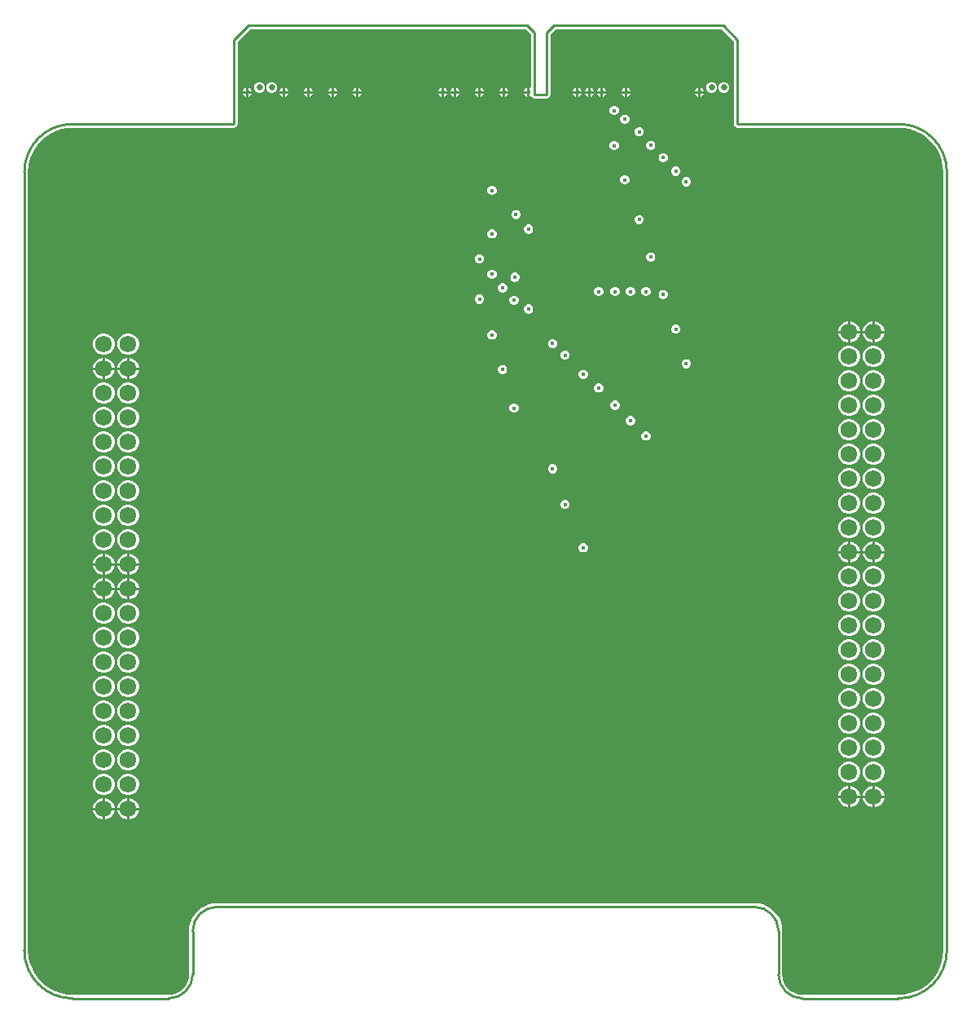
<source format=gbr>
%TF.GenerationSoftware,Altium Limited,Altium Designer,22.11.1 (43)*%
G04 Layer_Physical_Order=2*
G04 Layer_Color=36540*
%FSLAX45Y45*%
%MOMM*%
%TF.SameCoordinates,C297AA42-F212-4987-B5A2-20FF98F52B47*%
%TF.FilePolarity,Positive*%
%TF.FileFunction,Copper,L2,Inr,Signal*%
%TF.Part,Single*%
G01*
G75*
%TA.AperFunction,NonConductor*%
%ADD13C,0.25400*%
%TA.AperFunction,ComponentPad*%
%ADD14C,1.72500*%
%TA.AperFunction,ViaPad*%
%ADD16C,0.44400*%
%ADD17C,0.63500*%
G36*
X7372853Y9935594D02*
Y9080500D01*
X7375810Y9065634D01*
X7384231Y9053031D01*
X7396834Y9044611D01*
X7411700Y9041653D01*
X9088500D01*
X9090258Y9042003D01*
X9148753Y9038169D01*
X9207975Y9026389D01*
X9265154Y9006980D01*
X9319309Y8980273D01*
X9369515Y8946726D01*
X9414913Y8906913D01*
X9454726Y8861515D01*
X9488273Y8811309D01*
X9514980Y8757154D01*
X9534389Y8699975D01*
X9546169Y8640753D01*
X9550003Y8582258D01*
X9549653Y8580500D01*
Y500000D01*
X9550003Y498242D01*
X9546169Y439747D01*
X9534389Y380525D01*
X9514980Y323346D01*
X9488273Y269191D01*
X9454726Y218985D01*
X9414913Y173587D01*
X9369515Y133774D01*
X9319309Y100227D01*
X9265154Y73520D01*
X9207975Y54111D01*
X9148753Y42331D01*
X9090258Y38497D01*
X9088500Y38847D01*
X8088500D01*
X8086834Y38515D01*
X8047209Y42418D01*
X8007505Y54462D01*
X7970914Y74020D01*
X7938841Y100341D01*
X7912520Y132414D01*
X7892962Y169006D01*
X7880918Y208709D01*
X7877015Y248334D01*
X7877346Y250000D01*
Y700000D01*
X7877491D01*
X7873933Y745208D01*
X7863346Y789303D01*
X7845993Y831199D01*
X7822298Y869865D01*
X7792847Y904347D01*
X7758364Y933798D01*
X7719699Y957493D01*
X7677803Y974847D01*
X7633708Y985433D01*
X7588500Y988991D01*
Y988847D01*
X2000000D01*
Y988991D01*
X1954792Y985433D01*
X1910697Y974847D01*
X1868801Y957493D01*
X1830136Y933798D01*
X1795653Y904347D01*
X1766202Y869865D01*
X1742507Y831199D01*
X1725154Y789303D01*
X1714567Y745208D01*
X1711009Y700000D01*
X1711154D01*
Y262634D01*
X1711153Y262503D01*
X1711153Y250000D01*
X1710428Y237600D01*
X1707582Y208709D01*
X1695538Y169006D01*
X1675980Y132414D01*
X1649658Y100341D01*
X1617586Y74020D01*
X1580994Y54462D01*
X1541291Y42418D01*
X1501666Y38515D01*
X1500000Y38847D01*
X500000D01*
X498242Y38497D01*
X439747Y42331D01*
X380525Y54111D01*
X323346Y73520D01*
X269191Y100227D01*
X218985Y133774D01*
X173587Y173587D01*
X133774Y218985D01*
X100227Y269191D01*
X73520Y323346D01*
X54111Y380525D01*
X42331Y439747D01*
X38497Y498242D01*
X38847Y500000D01*
Y8580500D01*
X38497Y8582258D01*
X42331Y8640753D01*
X54111Y8699975D01*
X73520Y8757154D01*
X100227Y8811309D01*
X133774Y8861515D01*
X173587Y8906913D01*
X218985Y8946726D01*
X269191Y8980273D01*
X323346Y9006980D01*
X380525Y9026389D01*
X439747Y9038169D01*
X498242Y9042003D01*
X500000Y9041653D01*
X2176700D01*
X2176726Y9041659D01*
X2176752Y9041653D01*
X2191618Y9044611D01*
X2204220Y9053033D01*
X2212640Y9065636D01*
X2215597Y9080502D01*
X2215548Y9935595D01*
X2342775Y10062653D01*
X5212609D01*
X5264855Y10010408D01*
X5264897Y9462100D01*
X5254338Y9455044D01*
X5251400Y9456261D01*
Y9410000D01*
Y9363739D01*
X5265663Y9369647D01*
X5274508Y9360610D01*
X5276232Y9358031D01*
X5288834Y9349610D01*
X5303700Y9346653D01*
X5427700D01*
X5442566Y9349610D01*
X5455169Y9358031D01*
X5463590Y9370634D01*
X5466547Y9385500D01*
Y10010409D01*
X5518791Y10062653D01*
X7245625D01*
X7372853Y9935594D01*
D02*
G37*
%LPC*%
G36*
X7029400Y9456261D02*
Y9422700D01*
X7062961D01*
X7057053Y9436963D01*
X7043663Y9450353D01*
X7029400Y9456261D01*
D02*
G37*
G36*
X7004000D02*
X6989737Y9450353D01*
X6976347Y9436963D01*
X6970439Y9422700D01*
X7004000D01*
Y9456261D01*
D02*
G37*
G36*
X6267400D02*
Y9422700D01*
X6300961D01*
X6295053Y9436963D01*
X6281663Y9450353D01*
X6267400Y9456261D01*
D02*
G37*
G36*
X6242000D02*
X6227737Y9450353D01*
X6214347Y9436963D01*
X6208439Y9422700D01*
X6242000D01*
Y9456261D01*
D02*
G37*
G36*
X6013400D02*
Y9422700D01*
X6046961D01*
X6041053Y9436963D01*
X6027663Y9450353D01*
X6013400Y9456261D01*
D02*
G37*
G36*
X5988000D02*
X5973737Y9450353D01*
X5960347Y9436963D01*
X5954439Y9422700D01*
X5988000D01*
Y9456261D01*
D02*
G37*
G36*
X5886400D02*
Y9422700D01*
X5919961D01*
X5914053Y9436963D01*
X5900663Y9450353D01*
X5886400Y9456261D01*
D02*
G37*
G36*
X5861000D02*
X5846737Y9450353D01*
X5833347Y9436963D01*
X5827439Y9422700D01*
X5861000D01*
Y9456261D01*
D02*
G37*
G36*
X5759400D02*
Y9422700D01*
X5792961D01*
X5787053Y9436963D01*
X5773663Y9450353D01*
X5759400Y9456261D01*
D02*
G37*
G36*
X5734000D02*
X5719737Y9450353D01*
X5706347Y9436963D01*
X5700439Y9422700D01*
X5734000D01*
Y9456261D01*
D02*
G37*
G36*
X5226000D02*
X5211737Y9450353D01*
X5198347Y9436963D01*
X5192439Y9422700D01*
X5226000D01*
Y9456261D01*
D02*
G37*
G36*
X4997400D02*
Y9422700D01*
X5030961D01*
X5025053Y9436963D01*
X5011663Y9450353D01*
X4997400Y9456261D01*
D02*
G37*
G36*
X4972000D02*
X4957737Y9450353D01*
X4944347Y9436963D01*
X4938439Y9422700D01*
X4972000D01*
Y9456261D01*
D02*
G37*
G36*
X4743400D02*
Y9422700D01*
X4776961D01*
X4771053Y9436963D01*
X4757663Y9450353D01*
X4743400Y9456261D01*
D02*
G37*
G36*
X4718000D02*
X4703737Y9450353D01*
X4690347Y9436963D01*
X4684439Y9422700D01*
X4718000D01*
Y9456261D01*
D02*
G37*
G36*
X4489400D02*
Y9422700D01*
X4522961D01*
X4517053Y9436963D01*
X4503663Y9450353D01*
X4489400Y9456261D01*
D02*
G37*
G36*
X4464000D02*
X4449737Y9450353D01*
X4436347Y9436963D01*
X4430439Y9422700D01*
X4464000D01*
Y9456261D01*
D02*
G37*
G36*
X4362400D02*
Y9422700D01*
X4395961D01*
X4390053Y9436963D01*
X4376663Y9450353D01*
X4362400Y9456261D01*
D02*
G37*
G36*
X4337000D02*
X4322737Y9450353D01*
X4309347Y9436963D01*
X4303439Y9422700D01*
X4337000D01*
Y9456261D01*
D02*
G37*
G36*
X3470450D02*
Y9422700D01*
X3504011D01*
X3498103Y9436963D01*
X3484713Y9450353D01*
X3470450Y9456261D01*
D02*
G37*
G36*
X3445050D02*
X3430787Y9450353D01*
X3417397Y9436963D01*
X3411489Y9422700D01*
X3445050D01*
Y9456261D01*
D02*
G37*
G36*
X3219400D02*
Y9422700D01*
X3252961D01*
X3247053Y9436963D01*
X3233663Y9450353D01*
X3219400Y9456261D01*
D02*
G37*
G36*
X3194000D02*
X3179737Y9450353D01*
X3166347Y9436963D01*
X3160439Y9422700D01*
X3194000D01*
Y9456261D01*
D02*
G37*
G36*
X2965400D02*
Y9422700D01*
X2998961D01*
X2993053Y9436963D01*
X2979663Y9450353D01*
X2965400Y9456261D01*
D02*
G37*
G36*
X2940000D02*
X2925737Y9450353D01*
X2912347Y9436963D01*
X2906439Y9422700D01*
X2940000D01*
Y9456261D01*
D02*
G37*
G36*
X2711400D02*
Y9422700D01*
X2744961D01*
X2739053Y9436963D01*
X2725663Y9450353D01*
X2711400Y9456261D01*
D02*
G37*
G36*
X2686000D02*
X2671737Y9450353D01*
X2658347Y9436963D01*
X2652439Y9422700D01*
X2686000D01*
Y9456261D01*
D02*
G37*
G36*
X2330400D02*
Y9422700D01*
X2363961D01*
X2358053Y9436963D01*
X2344663Y9450353D01*
X2330400Y9456261D01*
D02*
G37*
G36*
X2305000D02*
X2290737Y9450353D01*
X2277347Y9436963D01*
X2271439Y9422700D01*
X2305000D01*
Y9456261D01*
D02*
G37*
G36*
X7282068Y9517150D02*
X7259332D01*
X7238327Y9508449D01*
X7222250Y9492373D01*
X7213550Y9471368D01*
Y9448632D01*
X7222250Y9427627D01*
X7238327Y9411550D01*
X7259332Y9402850D01*
X7282068D01*
X7303073Y9411550D01*
X7319149Y9427627D01*
X7327850Y9448632D01*
Y9471368D01*
X7319149Y9492373D01*
X7303073Y9508449D01*
X7282068Y9517150D01*
D02*
G37*
G36*
X7155068D02*
X7132332D01*
X7111327Y9508449D01*
X7095250Y9492373D01*
X7086550Y9471368D01*
Y9448632D01*
X7095250Y9427627D01*
X7111327Y9411550D01*
X7132332Y9402850D01*
X7155068D01*
X7176073Y9411550D01*
X7192149Y9427627D01*
X7200850Y9448632D01*
Y9471368D01*
X7192149Y9492373D01*
X7176073Y9508449D01*
X7155068Y9517150D01*
D02*
G37*
G36*
X2583068D02*
X2560332D01*
X2539327Y9508449D01*
X2523250Y9492373D01*
X2514550Y9471368D01*
Y9448632D01*
X2523250Y9427627D01*
X2539327Y9411550D01*
X2560332Y9402850D01*
X2583068D01*
X2604073Y9411550D01*
X2620149Y9427627D01*
X2628850Y9448632D01*
Y9471368D01*
X2620149Y9492373D01*
X2604073Y9508449D01*
X2583068Y9517150D01*
D02*
G37*
G36*
X2456068D02*
X2433332D01*
X2412327Y9508449D01*
X2396250Y9492373D01*
X2387550Y9471368D01*
Y9448632D01*
X2396250Y9427627D01*
X2412327Y9411550D01*
X2433332Y9402850D01*
X2456068D01*
X2477073Y9411550D01*
X2493149Y9427627D01*
X2501850Y9448632D01*
Y9471368D01*
X2493149Y9492373D01*
X2477073Y9508449D01*
X2456068Y9517150D01*
D02*
G37*
G36*
X3504011Y9397300D02*
X3470450D01*
Y9363739D01*
X3484713Y9369647D01*
X3498103Y9383037D01*
X3504011Y9397300D01*
D02*
G37*
G36*
X3445050D02*
X3411489D01*
X3417397Y9383037D01*
X3430787Y9369647D01*
X3445050Y9363739D01*
Y9397300D01*
D02*
G37*
G36*
X3252961D02*
X3219400D01*
Y9363739D01*
X3233663Y9369647D01*
X3247053Y9383037D01*
X3252961Y9397300D01*
D02*
G37*
G36*
X3194000D02*
X3160439D01*
X3166347Y9383037D01*
X3179737Y9369647D01*
X3194000Y9363739D01*
Y9397300D01*
D02*
G37*
G36*
X2998961D02*
X2965400D01*
Y9363739D01*
X2979663Y9369647D01*
X2993053Y9383037D01*
X2998961Y9397300D01*
D02*
G37*
G36*
X2940000D02*
X2906439D01*
X2912347Y9383037D01*
X2925737Y9369647D01*
X2940000Y9363739D01*
Y9397300D01*
D02*
G37*
G36*
X2744961D02*
X2711400D01*
Y9363739D01*
X2725663Y9369647D01*
X2739053Y9383037D01*
X2744961Y9397300D01*
D02*
G37*
G36*
X2686000D02*
X2652439D01*
X2658347Y9383037D01*
X2671737Y9369647D01*
X2686000Y9363739D01*
Y9397300D01*
D02*
G37*
G36*
X2363961D02*
X2330400D01*
Y9363739D01*
X2344663Y9369647D01*
X2358053Y9383037D01*
X2363961Y9397300D01*
D02*
G37*
G36*
X2305000D02*
X2271439D01*
X2277347Y9383037D01*
X2290737Y9369647D01*
X2305000Y9363739D01*
Y9397300D01*
D02*
G37*
G36*
X7062961D02*
X7029400D01*
Y9363739D01*
X7043663Y9369647D01*
X7057053Y9383037D01*
X7062961Y9397300D01*
D02*
G37*
G36*
X7004000D02*
X6970439D01*
X6976347Y9383037D01*
X6989737Y9369647D01*
X7004000Y9363739D01*
Y9397300D01*
D02*
G37*
G36*
X6300961D02*
X6267400D01*
Y9363739D01*
X6281663Y9369647D01*
X6295053Y9383037D01*
X6300961Y9397300D01*
D02*
G37*
G36*
X6242000D02*
X6208439D01*
X6214347Y9383037D01*
X6227737Y9369647D01*
X6242000Y9363739D01*
Y9397300D01*
D02*
G37*
G36*
X6046961D02*
X6013400D01*
Y9363739D01*
X6027663Y9369647D01*
X6041053Y9383037D01*
X6046961Y9397300D01*
D02*
G37*
G36*
X5988000D02*
X5954439D01*
X5960347Y9383037D01*
X5973737Y9369647D01*
X5988000Y9363739D01*
Y9397300D01*
D02*
G37*
G36*
X5919961D02*
X5886400D01*
Y9363739D01*
X5900663Y9369647D01*
X5914053Y9383037D01*
X5919961Y9397300D01*
D02*
G37*
G36*
X5861000D02*
X5827439D01*
X5833347Y9383037D01*
X5846737Y9369647D01*
X5861000Y9363739D01*
Y9397300D01*
D02*
G37*
G36*
X5792961D02*
X5759400D01*
Y9363739D01*
X5773663Y9369647D01*
X5787053Y9383037D01*
X5792961Y9397300D01*
D02*
G37*
G36*
X5734000D02*
X5700439D01*
X5706347Y9383037D01*
X5719737Y9369647D01*
X5734000Y9363739D01*
Y9397300D01*
D02*
G37*
G36*
X5226000D02*
X5192439D01*
X5198347Y9383037D01*
X5211737Y9369647D01*
X5226000Y9363739D01*
Y9397300D01*
D02*
G37*
G36*
X5030961D02*
X4997400D01*
Y9363739D01*
X5011663Y9369647D01*
X5025053Y9383037D01*
X5030961Y9397300D01*
D02*
G37*
G36*
X4972000D02*
X4938439D01*
X4944347Y9383037D01*
X4957737Y9369647D01*
X4972000Y9363739D01*
Y9397300D01*
D02*
G37*
G36*
X4776961D02*
X4743400D01*
Y9363739D01*
X4757663Y9369647D01*
X4771053Y9383037D01*
X4776961Y9397300D01*
D02*
G37*
G36*
X4718000D02*
X4684439D01*
X4690347Y9383037D01*
X4703737Y9369647D01*
X4718000Y9363739D01*
Y9397300D01*
D02*
G37*
G36*
X4522961D02*
X4489400D01*
Y9363739D01*
X4503663Y9369647D01*
X4517053Y9383037D01*
X4522961Y9397300D01*
D02*
G37*
G36*
X4464000D02*
X4430439D01*
X4436347Y9383037D01*
X4449737Y9369647D01*
X4464000Y9363739D01*
Y9397300D01*
D02*
G37*
G36*
X4395961D02*
X4362400D01*
Y9363739D01*
X4376663Y9369647D01*
X4390053Y9383037D01*
X4395961Y9397300D01*
D02*
G37*
G36*
X4337000D02*
X4303439D01*
X4309347Y9383037D01*
X4322737Y9369647D01*
X4337000Y9363739D01*
Y9397300D01*
D02*
G37*
G36*
X6139468Y9267600D02*
X6120532D01*
X6103037Y9260353D01*
X6089647Y9246963D01*
X6082400Y9229468D01*
Y9210532D01*
X6089647Y9193037D01*
X6103037Y9179647D01*
X6120532Y9172400D01*
X6139468D01*
X6156963Y9179647D01*
X6170353Y9193037D01*
X6177600Y9210532D01*
Y9229468D01*
X6170353Y9246963D01*
X6156963Y9260353D01*
X6139468Y9267600D01*
D02*
G37*
G36*
X6249468Y9177600D02*
X6230532D01*
X6213037Y9170353D01*
X6199647Y9156963D01*
X6192400Y9139468D01*
Y9120532D01*
X6199647Y9103037D01*
X6213037Y9089647D01*
X6230532Y9082400D01*
X6249468D01*
X6266963Y9089647D01*
X6280353Y9103037D01*
X6287600Y9120532D01*
Y9139468D01*
X6280353Y9156963D01*
X6266963Y9170353D01*
X6249468Y9177600D01*
D02*
G37*
G36*
X6399468Y9047600D02*
X6380532D01*
X6363037Y9040353D01*
X6349647Y9026963D01*
X6342400Y9009468D01*
Y8990532D01*
X6349647Y8973037D01*
X6363037Y8959647D01*
X6380532Y8952400D01*
X6399468D01*
X6416963Y8959647D01*
X6430353Y8973037D01*
X6437600Y8990532D01*
Y9009468D01*
X6430353Y9026963D01*
X6416963Y9040353D01*
X6399468Y9047600D01*
D02*
G37*
G36*
X6519468Y8907600D02*
X6500532D01*
X6483037Y8900353D01*
X6469647Y8886963D01*
X6462400Y8869468D01*
Y8850532D01*
X6469647Y8833037D01*
X6483037Y8819647D01*
X6500532Y8812400D01*
X6519468D01*
X6536963Y8819647D01*
X6550353Y8833037D01*
X6557600Y8850532D01*
Y8869468D01*
X6550353Y8886963D01*
X6536963Y8900353D01*
X6519468Y8907600D01*
D02*
G37*
G36*
X6139468Y8903600D02*
X6120532D01*
X6103037Y8896353D01*
X6089647Y8882963D01*
X6082400Y8865468D01*
Y8846532D01*
X6089647Y8829037D01*
X6103037Y8815647D01*
X6120532Y8808400D01*
X6139468D01*
X6156963Y8815647D01*
X6170353Y8829037D01*
X6177600Y8846532D01*
Y8865468D01*
X6170353Y8882963D01*
X6156963Y8896353D01*
X6139468Y8903600D01*
D02*
G37*
G36*
X6649468Y8777600D02*
X6630532D01*
X6613037Y8770353D01*
X6599647Y8756963D01*
X6592400Y8739468D01*
Y8720532D01*
X6599647Y8703037D01*
X6613037Y8689647D01*
X6630532Y8682400D01*
X6649468D01*
X6666963Y8689647D01*
X6680353Y8703037D01*
X6687600Y8720532D01*
Y8739468D01*
X6680353Y8756963D01*
X6666963Y8770353D01*
X6649468Y8777600D01*
D02*
G37*
G36*
X6779468Y8637600D02*
X6760532D01*
X6743037Y8630353D01*
X6729647Y8616963D01*
X6722400Y8599468D01*
Y8580532D01*
X6729647Y8563037D01*
X6743037Y8549647D01*
X6760532Y8542400D01*
X6779468D01*
X6796963Y8549647D01*
X6810353Y8563037D01*
X6817600Y8580532D01*
Y8599468D01*
X6810353Y8616963D01*
X6796963Y8630353D01*
X6779468Y8637600D01*
D02*
G37*
G36*
X6249468Y8547600D02*
X6230532D01*
X6213037Y8540353D01*
X6199647Y8526963D01*
X6192400Y8509468D01*
Y8490532D01*
X6199647Y8473037D01*
X6213037Y8459647D01*
X6230532Y8452400D01*
X6249468D01*
X6266963Y8459647D01*
X6280353Y8473037D01*
X6287600Y8490532D01*
Y8509468D01*
X6280353Y8526963D01*
X6266963Y8540353D01*
X6249468Y8547600D01*
D02*
G37*
G36*
X6889468Y8527600D02*
X6870532D01*
X6853037Y8520353D01*
X6839647Y8506963D01*
X6832400Y8489468D01*
Y8470532D01*
X6839647Y8453037D01*
X6853037Y8439647D01*
X6870532Y8432400D01*
X6889468D01*
X6906963Y8439647D01*
X6920353Y8453037D01*
X6927600Y8470532D01*
Y8489468D01*
X6920353Y8506963D01*
X6906963Y8520353D01*
X6889468Y8527600D01*
D02*
G37*
G36*
X4869468Y8437600D02*
X4850532D01*
X4833037Y8430353D01*
X4819647Y8416963D01*
X4812400Y8399468D01*
Y8380532D01*
X4819647Y8363037D01*
X4833037Y8349647D01*
X4850532Y8342400D01*
X4869468D01*
X4886963Y8349647D01*
X4900353Y8363037D01*
X4907600Y8380532D01*
Y8399468D01*
X4900353Y8416963D01*
X4886963Y8430353D01*
X4869468Y8437600D01*
D02*
G37*
G36*
X5119468Y8187600D02*
X5100532D01*
X5083037Y8180353D01*
X5069647Y8166963D01*
X5062400Y8149468D01*
Y8130532D01*
X5069647Y8113037D01*
X5083037Y8099647D01*
X5100532Y8092400D01*
X5119468D01*
X5136963Y8099647D01*
X5150353Y8113037D01*
X5157600Y8130532D01*
Y8149468D01*
X5150353Y8166963D01*
X5136963Y8180353D01*
X5119468Y8187600D01*
D02*
G37*
G36*
X6399468Y8135600D02*
X6380532D01*
X6363037Y8128353D01*
X6349647Y8114963D01*
X6342400Y8097468D01*
Y8078532D01*
X6349647Y8061037D01*
X6363037Y8047647D01*
X6380532Y8040400D01*
X6399468D01*
X6416963Y8047647D01*
X6430353Y8061037D01*
X6437600Y8078532D01*
Y8097468D01*
X6430353Y8114963D01*
X6416963Y8128353D01*
X6399468Y8135600D01*
D02*
G37*
G36*
X5249468Y8037600D02*
X5230532D01*
X5213037Y8030353D01*
X5199647Y8016963D01*
X5192400Y7999468D01*
Y7980532D01*
X5199647Y7963037D01*
X5213037Y7949647D01*
X5230532Y7942400D01*
X5249468D01*
X5266963Y7949647D01*
X5280353Y7963037D01*
X5287600Y7980532D01*
Y7999468D01*
X5280353Y8016963D01*
X5266963Y8030353D01*
X5249468Y8037600D01*
D02*
G37*
G36*
X4869468Y7987600D02*
X4850532D01*
X4833037Y7980353D01*
X4819647Y7966963D01*
X4812400Y7949468D01*
Y7930532D01*
X4819647Y7913037D01*
X4833037Y7899647D01*
X4850532Y7892400D01*
X4869468D01*
X4886963Y7899647D01*
X4900353Y7913037D01*
X4907600Y7930532D01*
Y7949468D01*
X4900353Y7966963D01*
X4886963Y7980353D01*
X4869468Y7987600D01*
D02*
G37*
G36*
X6519468Y7747600D02*
X6500532D01*
X6483037Y7740353D01*
X6469647Y7726963D01*
X6462400Y7709468D01*
Y7690532D01*
X6469647Y7673037D01*
X6483037Y7659647D01*
X6500532Y7652400D01*
X6519468D01*
X6536963Y7659647D01*
X6550353Y7673037D01*
X6557600Y7690532D01*
Y7709468D01*
X6550353Y7726963D01*
X6536963Y7740353D01*
X6519468Y7747600D01*
D02*
G37*
G36*
X4739468Y7727600D02*
X4720532D01*
X4703037Y7720353D01*
X4689647Y7706963D01*
X4682400Y7689468D01*
Y7670532D01*
X4689647Y7653037D01*
X4703037Y7639647D01*
X4720532Y7632400D01*
X4739468D01*
X4756963Y7639647D01*
X4770353Y7653037D01*
X4777600Y7670532D01*
Y7689468D01*
X4770353Y7706963D01*
X4756963Y7720353D01*
X4739468Y7727600D01*
D02*
G37*
G36*
X4869468Y7567600D02*
X4850532D01*
X4833037Y7560353D01*
X4819647Y7546963D01*
X4812400Y7529468D01*
Y7510532D01*
X4819647Y7493037D01*
X4833037Y7479647D01*
X4850532Y7472400D01*
X4869468D01*
X4886963Y7479647D01*
X4900353Y7493037D01*
X4907600Y7510532D01*
Y7529468D01*
X4900353Y7546963D01*
X4886963Y7560353D01*
X4869468Y7567600D01*
D02*
G37*
G36*
X5109468Y7537600D02*
X5090532D01*
X5073037Y7530353D01*
X5059647Y7516963D01*
X5052400Y7499468D01*
Y7480532D01*
X5059647Y7463037D01*
X5073037Y7449647D01*
X5090532Y7442400D01*
X5109468D01*
X5126963Y7449647D01*
X5140353Y7463037D01*
X5147600Y7480532D01*
Y7499468D01*
X5140353Y7516963D01*
X5126963Y7530353D01*
X5109468Y7537600D01*
D02*
G37*
G36*
X4979468Y7427600D02*
X4960532D01*
X4943037Y7420353D01*
X4929647Y7406963D01*
X4922400Y7389468D01*
Y7370532D01*
X4929647Y7353037D01*
X4943037Y7339647D01*
X4960532Y7332400D01*
X4979468D01*
X4996963Y7339647D01*
X5010353Y7353037D01*
X5017600Y7370532D01*
Y7389468D01*
X5010353Y7406963D01*
X4996963Y7420353D01*
X4979468Y7427600D01*
D02*
G37*
G36*
X6469468Y7387600D02*
X6450532D01*
X6433037Y7380353D01*
X6419647Y7366963D01*
X6412400Y7349468D01*
Y7330532D01*
X6419647Y7313037D01*
X6433037Y7299647D01*
X6450532Y7292400D01*
X6469468D01*
X6486963Y7299647D01*
X6500353Y7313037D01*
X6507600Y7330532D01*
Y7349468D01*
X6500353Y7366963D01*
X6486963Y7380353D01*
X6469468Y7387600D01*
D02*
G37*
G36*
X6309468D02*
X6290532D01*
X6273037Y7380353D01*
X6259647Y7366963D01*
X6252400Y7349468D01*
Y7330532D01*
X6259647Y7313037D01*
X6273037Y7299647D01*
X6290532Y7292400D01*
X6309468D01*
X6326963Y7299647D01*
X6340353Y7313037D01*
X6347600Y7330532D01*
Y7349468D01*
X6340353Y7366963D01*
X6326963Y7380353D01*
X6309468Y7387600D01*
D02*
G37*
G36*
X6149468D02*
X6130532D01*
X6113037Y7380353D01*
X6099647Y7366963D01*
X6092400Y7349468D01*
Y7330532D01*
X6099647Y7313037D01*
X6113037Y7299647D01*
X6130532Y7292400D01*
X6149468D01*
X6166963Y7299647D01*
X6180353Y7313037D01*
X6187600Y7330532D01*
Y7349468D01*
X6180353Y7366963D01*
X6166963Y7380353D01*
X6149468Y7387600D01*
D02*
G37*
G36*
X5979468D02*
X5960532D01*
X5943037Y7380353D01*
X5929647Y7366963D01*
X5922400Y7349468D01*
Y7330532D01*
X5929647Y7313037D01*
X5943037Y7299647D01*
X5960532Y7292400D01*
X5979468D01*
X5996963Y7299647D01*
X6010353Y7313037D01*
X6017600Y7330532D01*
Y7349468D01*
X6010353Y7366963D01*
X5996963Y7380353D01*
X5979468Y7387600D01*
D02*
G37*
G36*
X6649468Y7357600D02*
X6630532D01*
X6613037Y7350353D01*
X6599647Y7336963D01*
X6592400Y7319468D01*
Y7300532D01*
X6599647Y7283037D01*
X6613037Y7269647D01*
X6630532Y7262400D01*
X6649468D01*
X6666963Y7269647D01*
X6680353Y7283037D01*
X6687600Y7300532D01*
Y7319468D01*
X6680353Y7336963D01*
X6666963Y7350353D01*
X6649468Y7357600D01*
D02*
G37*
G36*
X4739468Y7307600D02*
X4720532D01*
X4703037Y7300353D01*
X4689647Y7286963D01*
X4682400Y7269468D01*
Y7250532D01*
X4689647Y7233037D01*
X4703037Y7219647D01*
X4720532Y7212400D01*
X4739468D01*
X4756963Y7219647D01*
X4770353Y7233037D01*
X4777600Y7250532D01*
Y7269468D01*
X4770353Y7286963D01*
X4756963Y7300353D01*
X4739468Y7307600D01*
D02*
G37*
G36*
X5099468Y7297600D02*
X5080532D01*
X5063037Y7290353D01*
X5049647Y7276963D01*
X5042400Y7259468D01*
Y7240532D01*
X5049647Y7223037D01*
X5063037Y7209647D01*
X5080532Y7202400D01*
X5099468D01*
X5116963Y7209647D01*
X5130353Y7223037D01*
X5137600Y7240532D01*
Y7259468D01*
X5130353Y7276963D01*
X5116963Y7290353D01*
X5099468Y7297600D01*
D02*
G37*
G36*
X5249468Y7207600D02*
X5230532D01*
X5213037Y7200353D01*
X5199647Y7186963D01*
X5192400Y7169468D01*
Y7150532D01*
X5199647Y7133037D01*
X5213037Y7119647D01*
X5230532Y7112400D01*
X5249468D01*
X5266963Y7119647D01*
X5280353Y7133037D01*
X5287600Y7150532D01*
Y7169468D01*
X5280353Y7186963D01*
X5266963Y7200353D01*
X5249468Y7207600D01*
D02*
G37*
G36*
X8841199Y7033150D02*
X8839200D01*
Y6934200D01*
X8938150D01*
Y6936199D01*
X8930541Y6964595D01*
X8915842Y6990055D01*
X8895055Y7010842D01*
X8869595Y7025541D01*
X8841199Y7033150D01*
D02*
G37*
G36*
X8587199D02*
X8585200D01*
Y6934200D01*
X8684150D01*
Y6936199D01*
X8676541Y6964595D01*
X8661842Y6990055D01*
X8641055Y7010842D01*
X8615595Y7025541D01*
X8587199Y7033150D01*
D02*
G37*
G36*
X8559800D02*
X8557801D01*
X8529405Y7025541D01*
X8503945Y7010842D01*
X8483158Y6990055D01*
X8468459Y6964595D01*
X8460850Y6936199D01*
Y6934200D01*
X8559800D01*
Y7033150D01*
D02*
G37*
G36*
X8813800D02*
X8811801D01*
X8783405Y7025541D01*
X8757945Y7010842D01*
X8737158Y6990055D01*
X8722459Y6964595D01*
X8714850Y6936199D01*
Y6934200D01*
X8813800D01*
Y7033150D01*
D02*
G37*
G36*
X6779468Y6997600D02*
X6760532D01*
X6743037Y6990353D01*
X6729647Y6976963D01*
X6722400Y6959468D01*
Y6940532D01*
X6729647Y6923037D01*
X6743037Y6909647D01*
X6760532Y6902400D01*
X6779468D01*
X6796963Y6909647D01*
X6810353Y6923037D01*
X6817600Y6940532D01*
Y6959468D01*
X6810353Y6976963D01*
X6796963Y6990353D01*
X6779468Y6997600D01*
D02*
G37*
G36*
X4869468Y6937600D02*
X4850532D01*
X4833037Y6930353D01*
X4819647Y6916963D01*
X4812400Y6899468D01*
Y6880532D01*
X4819647Y6863037D01*
X4833037Y6849647D01*
X4850532Y6842400D01*
X4869468D01*
X4886963Y6849647D01*
X4900353Y6863037D01*
X4907600Y6880532D01*
Y6899468D01*
X4900353Y6916963D01*
X4886963Y6930353D01*
X4869468Y6937600D01*
D02*
G37*
G36*
X8938150Y6908800D02*
X8839200D01*
Y6809850D01*
X8841199D01*
X8869595Y6817459D01*
X8895055Y6832158D01*
X8915842Y6852945D01*
X8930541Y6878405D01*
X8938150Y6906801D01*
Y6908800D01*
D02*
G37*
G36*
X8813800D02*
X8714850D01*
Y6906801D01*
X8722459Y6878405D01*
X8737158Y6852945D01*
X8757945Y6832158D01*
X8783405Y6817459D01*
X8811801Y6809850D01*
X8813800D01*
Y6908800D01*
D02*
G37*
G36*
X8684150D02*
X8585200D01*
Y6809850D01*
X8587199D01*
X8615595Y6817459D01*
X8641055Y6832158D01*
X8661842Y6852945D01*
X8676541Y6878405D01*
X8684150Y6906801D01*
Y6908800D01*
D02*
G37*
G36*
X8559800D02*
X8460850D01*
Y6906801D01*
X8468459Y6878405D01*
X8483158Y6852945D01*
X8503945Y6832158D01*
X8529405Y6817459D01*
X8557801Y6809850D01*
X8559800D01*
Y6908800D01*
D02*
G37*
G36*
X5499468Y6847600D02*
X5480532D01*
X5463037Y6840353D01*
X5449647Y6826963D01*
X5442400Y6809468D01*
Y6790532D01*
X5449647Y6773037D01*
X5463037Y6759647D01*
X5480532Y6752400D01*
X5499468D01*
X5516963Y6759647D01*
X5530353Y6773037D01*
X5537600Y6790532D01*
Y6809468D01*
X5530353Y6826963D01*
X5516963Y6840353D01*
X5499468Y6847600D01*
D02*
G37*
G36*
X1094199Y6906150D02*
X1064801D01*
X1036405Y6898541D01*
X1010945Y6883842D01*
X990158Y6863055D01*
X975459Y6837595D01*
X967850Y6809199D01*
Y6779801D01*
X975459Y6751405D01*
X990158Y6725945D01*
X1010945Y6705158D01*
X1036405Y6690459D01*
X1064801Y6682850D01*
X1094199D01*
X1122595Y6690459D01*
X1148055Y6705158D01*
X1168842Y6725945D01*
X1183541Y6751405D01*
X1191150Y6779801D01*
Y6809199D01*
X1183541Y6837595D01*
X1168842Y6863055D01*
X1148055Y6883842D01*
X1122595Y6898541D01*
X1094199Y6906150D01*
D02*
G37*
G36*
X840199D02*
X810801D01*
X782405Y6898541D01*
X756945Y6883842D01*
X736158Y6863055D01*
X721459Y6837595D01*
X713850Y6809199D01*
Y6779801D01*
X721459Y6751405D01*
X736158Y6725945D01*
X756945Y6705158D01*
X782405Y6690459D01*
X810801Y6682850D01*
X840199D01*
X868595Y6690459D01*
X894055Y6705158D01*
X914842Y6725945D01*
X929541Y6751405D01*
X937150Y6779801D01*
Y6809199D01*
X929541Y6837595D01*
X914842Y6863055D01*
X894055Y6883842D01*
X868595Y6898541D01*
X840199Y6906150D01*
D02*
G37*
G36*
X5629468Y6727600D02*
X5610532D01*
X5593037Y6720353D01*
X5579647Y6706963D01*
X5572400Y6689468D01*
Y6670532D01*
X5579647Y6653037D01*
X5593037Y6639647D01*
X5610532Y6632400D01*
X5629468D01*
X5646963Y6639647D01*
X5660353Y6653037D01*
X5667600Y6670532D01*
Y6689468D01*
X5660353Y6706963D01*
X5646963Y6720353D01*
X5629468Y6727600D01*
D02*
G37*
G36*
X8841199Y6779150D02*
X8811801D01*
X8783405Y6771541D01*
X8757945Y6756842D01*
X8737158Y6736055D01*
X8722459Y6710595D01*
X8714850Y6682199D01*
Y6652801D01*
X8722459Y6624405D01*
X8737158Y6598945D01*
X8757945Y6578158D01*
X8783405Y6563459D01*
X8811801Y6555850D01*
X8841199D01*
X8869595Y6563459D01*
X8895055Y6578158D01*
X8915842Y6598945D01*
X8930541Y6624405D01*
X8938150Y6652801D01*
Y6682199D01*
X8930541Y6710595D01*
X8915842Y6736055D01*
X8895055Y6756842D01*
X8869595Y6771541D01*
X8841199Y6779150D01*
D02*
G37*
G36*
X8587199D02*
X8557801D01*
X8529405Y6771541D01*
X8503945Y6756842D01*
X8483158Y6736055D01*
X8468459Y6710595D01*
X8460850Y6682199D01*
Y6652801D01*
X8468459Y6624405D01*
X8483158Y6598945D01*
X8503945Y6578158D01*
X8529405Y6563459D01*
X8557801Y6555850D01*
X8587199D01*
X8615595Y6563459D01*
X8641055Y6578158D01*
X8661842Y6598945D01*
X8676541Y6624405D01*
X8684150Y6652801D01*
Y6682199D01*
X8676541Y6710595D01*
X8661842Y6736055D01*
X8641055Y6756842D01*
X8615595Y6771541D01*
X8587199Y6779150D01*
D02*
G37*
G36*
X1094199Y6652150D02*
X1092200D01*
Y6553200D01*
X1191150D01*
Y6555199D01*
X1183541Y6583595D01*
X1168842Y6609055D01*
X1148055Y6629842D01*
X1122595Y6644541D01*
X1094199Y6652150D01*
D02*
G37*
G36*
X840199D02*
X838200D01*
Y6553200D01*
X937150D01*
Y6555199D01*
X929541Y6583595D01*
X914842Y6609055D01*
X894055Y6629842D01*
X868595Y6644541D01*
X840199Y6652150D01*
D02*
G37*
G36*
X812800D02*
X810801D01*
X782405Y6644541D01*
X756945Y6629842D01*
X736158Y6609055D01*
X721459Y6583595D01*
X713850Y6555199D01*
Y6553200D01*
X812800D01*
Y6652150D01*
D02*
G37*
G36*
X1066800D02*
X1064801D01*
X1036405Y6644541D01*
X1010945Y6629842D01*
X990158Y6609055D01*
X975459Y6583595D01*
X967850Y6555199D01*
Y6553200D01*
X1066800D01*
Y6652150D01*
D02*
G37*
G36*
X6889468Y6637600D02*
X6870532D01*
X6853037Y6630353D01*
X6839647Y6616963D01*
X6832400Y6599468D01*
Y6580532D01*
X6839647Y6563037D01*
X6853037Y6549647D01*
X6870532Y6542400D01*
X6889468D01*
X6906963Y6549647D01*
X6920353Y6563037D01*
X6927600Y6580532D01*
Y6599468D01*
X6920353Y6616963D01*
X6906963Y6630353D01*
X6889468Y6637600D01*
D02*
G37*
G36*
X4978132Y6578936D02*
X4959196D01*
X4941701Y6571689D01*
X4928311Y6558299D01*
X4921064Y6540804D01*
Y6521868D01*
X4928311Y6504373D01*
X4941701Y6490983D01*
X4959196Y6483736D01*
X4978132D01*
X4995627Y6490983D01*
X5009017Y6504373D01*
X5016264Y6521868D01*
Y6540804D01*
X5009017Y6558299D01*
X4995627Y6571689D01*
X4978132Y6578936D01*
D02*
G37*
G36*
X5819468Y6527600D02*
X5800532D01*
X5783037Y6520353D01*
X5769647Y6506963D01*
X5762400Y6489468D01*
Y6470532D01*
X5769647Y6453037D01*
X5783037Y6439647D01*
X5800532Y6432400D01*
X5819468D01*
X5836963Y6439647D01*
X5850353Y6453037D01*
X5857600Y6470532D01*
Y6489468D01*
X5850353Y6506963D01*
X5836963Y6520353D01*
X5819468Y6527600D01*
D02*
G37*
G36*
X1191150Y6527800D02*
X1092200D01*
Y6428850D01*
X1094199D01*
X1122595Y6436459D01*
X1148055Y6451158D01*
X1168842Y6471945D01*
X1183541Y6497405D01*
X1191150Y6525801D01*
Y6527800D01*
D02*
G37*
G36*
X1066800D02*
X967850D01*
Y6525801D01*
X975459Y6497405D01*
X990158Y6471945D01*
X1010945Y6451158D01*
X1036405Y6436459D01*
X1064801Y6428850D01*
X1066800D01*
Y6527800D01*
D02*
G37*
G36*
X937150D02*
X838200D01*
Y6428850D01*
X840199D01*
X868595Y6436459D01*
X894055Y6451158D01*
X914842Y6471945D01*
X929541Y6497405D01*
X937150Y6525801D01*
Y6527800D01*
D02*
G37*
G36*
X812800D02*
X713850D01*
Y6525801D01*
X721459Y6497405D01*
X736158Y6471945D01*
X756945Y6451158D01*
X782405Y6436459D01*
X810801Y6428850D01*
X812800D01*
Y6527800D01*
D02*
G37*
G36*
X8841199Y6525150D02*
X8811801D01*
X8783405Y6517541D01*
X8757945Y6502842D01*
X8737158Y6482055D01*
X8722459Y6456595D01*
X8714850Y6428199D01*
Y6398801D01*
X8722459Y6370405D01*
X8737158Y6344945D01*
X8757945Y6324158D01*
X8783405Y6309459D01*
X8811801Y6301850D01*
X8841199D01*
X8869595Y6309459D01*
X8895055Y6324158D01*
X8915842Y6344945D01*
X8930541Y6370405D01*
X8938150Y6398801D01*
Y6428199D01*
X8930541Y6456595D01*
X8915842Y6482055D01*
X8895055Y6502842D01*
X8869595Y6517541D01*
X8841199Y6525150D01*
D02*
G37*
G36*
X8587199D02*
X8557801D01*
X8529405Y6517541D01*
X8503945Y6502842D01*
X8483158Y6482055D01*
X8468459Y6456595D01*
X8460850Y6428199D01*
Y6398801D01*
X8468459Y6370405D01*
X8483158Y6344945D01*
X8503945Y6324158D01*
X8529405Y6309459D01*
X8557801Y6301850D01*
X8587199D01*
X8615595Y6309459D01*
X8641055Y6324158D01*
X8661842Y6344945D01*
X8676541Y6370405D01*
X8684150Y6398801D01*
Y6428199D01*
X8676541Y6456595D01*
X8661842Y6482055D01*
X8641055Y6502842D01*
X8615595Y6517541D01*
X8587199Y6525150D01*
D02*
G37*
G36*
X5979468Y6387600D02*
X5960532D01*
X5943037Y6380353D01*
X5929647Y6366963D01*
X5922400Y6349468D01*
Y6330532D01*
X5929647Y6313037D01*
X5943037Y6299647D01*
X5960532Y6292400D01*
X5979468D01*
X5996963Y6299647D01*
X6010353Y6313037D01*
X6017600Y6330532D01*
Y6349468D01*
X6010353Y6366963D01*
X5996963Y6380353D01*
X5979468Y6387600D01*
D02*
G37*
G36*
X1094199Y6398150D02*
X1064801D01*
X1036405Y6390541D01*
X1010945Y6375842D01*
X990158Y6355055D01*
X975459Y6329595D01*
X967850Y6301199D01*
Y6271801D01*
X975459Y6243405D01*
X990158Y6217945D01*
X1010945Y6197158D01*
X1036405Y6182459D01*
X1064801Y6174850D01*
X1094199D01*
X1122595Y6182459D01*
X1148055Y6197158D01*
X1168842Y6217945D01*
X1183541Y6243405D01*
X1191150Y6271801D01*
Y6301199D01*
X1183541Y6329595D01*
X1168842Y6355055D01*
X1148055Y6375842D01*
X1122595Y6390541D01*
X1094199Y6398150D01*
D02*
G37*
G36*
X840199D02*
X810801D01*
X782405Y6390541D01*
X756945Y6375842D01*
X736158Y6355055D01*
X721459Y6329595D01*
X713850Y6301199D01*
Y6271801D01*
X721459Y6243405D01*
X736158Y6217945D01*
X756945Y6197158D01*
X782405Y6182459D01*
X810801Y6174850D01*
X840199D01*
X868595Y6182459D01*
X894055Y6197158D01*
X914842Y6217945D01*
X929541Y6243405D01*
X937150Y6271801D01*
Y6301199D01*
X929541Y6329595D01*
X914842Y6355055D01*
X894055Y6375842D01*
X868595Y6390541D01*
X840199Y6398150D01*
D02*
G37*
G36*
X6149468Y6207600D02*
X6130532D01*
X6113037Y6200353D01*
X6099647Y6186963D01*
X6092400Y6169468D01*
Y6150532D01*
X6099647Y6133037D01*
X6113037Y6119647D01*
X6130532Y6112400D01*
X6149468D01*
X6166963Y6119647D01*
X6180353Y6133037D01*
X6187600Y6150532D01*
Y6169468D01*
X6180353Y6186963D01*
X6166963Y6200353D01*
X6149468Y6207600D01*
D02*
G37*
G36*
X5099468Y6177600D02*
X5080532D01*
X5063037Y6170353D01*
X5049647Y6156963D01*
X5042400Y6139468D01*
Y6120532D01*
X5049647Y6103037D01*
X5063037Y6089647D01*
X5080532Y6082400D01*
X5099468D01*
X5116963Y6089647D01*
X5130353Y6103037D01*
X5137600Y6120532D01*
Y6139468D01*
X5130353Y6156963D01*
X5116963Y6170353D01*
X5099468Y6177600D01*
D02*
G37*
G36*
X8841199Y6271150D02*
X8811801D01*
X8783405Y6263541D01*
X8757945Y6248842D01*
X8737158Y6228055D01*
X8722459Y6202595D01*
X8714850Y6174199D01*
Y6144801D01*
X8722459Y6116405D01*
X8737158Y6090945D01*
X8757945Y6070158D01*
X8783405Y6055459D01*
X8811801Y6047850D01*
X8841199D01*
X8869595Y6055459D01*
X8895055Y6070158D01*
X8915842Y6090945D01*
X8930541Y6116405D01*
X8938150Y6144801D01*
Y6174199D01*
X8930541Y6202595D01*
X8915842Y6228055D01*
X8895055Y6248842D01*
X8869595Y6263541D01*
X8841199Y6271150D01*
D02*
G37*
G36*
X8587199D02*
X8557801D01*
X8529405Y6263541D01*
X8503945Y6248842D01*
X8483158Y6228055D01*
X8468459Y6202595D01*
X8460850Y6174199D01*
Y6144801D01*
X8468459Y6116405D01*
X8483158Y6090945D01*
X8503945Y6070158D01*
X8529405Y6055459D01*
X8557801Y6047850D01*
X8587199D01*
X8615595Y6055459D01*
X8641055Y6070158D01*
X8661842Y6090945D01*
X8676541Y6116405D01*
X8684150Y6144801D01*
Y6174199D01*
X8676541Y6202595D01*
X8661842Y6228055D01*
X8641055Y6248842D01*
X8615595Y6263541D01*
X8587199Y6271150D01*
D02*
G37*
G36*
X6309468Y6047600D02*
X6290532D01*
X6273037Y6040353D01*
X6259647Y6026963D01*
X6252400Y6009468D01*
Y5990532D01*
X6259647Y5973037D01*
X6273037Y5959647D01*
X6290532Y5952400D01*
X6309468D01*
X6326963Y5959647D01*
X6340353Y5973037D01*
X6347600Y5990532D01*
Y6009468D01*
X6340353Y6026963D01*
X6326963Y6040353D01*
X6309468Y6047600D01*
D02*
G37*
G36*
X1094199Y6144150D02*
X1064801D01*
X1036405Y6136541D01*
X1010945Y6121842D01*
X990158Y6101055D01*
X975459Y6075595D01*
X967850Y6047199D01*
Y6017801D01*
X975459Y5989405D01*
X990158Y5963945D01*
X1010945Y5943158D01*
X1036405Y5928459D01*
X1064801Y5920850D01*
X1094199D01*
X1122595Y5928459D01*
X1148055Y5943158D01*
X1168842Y5963945D01*
X1183541Y5989405D01*
X1191150Y6017801D01*
Y6047199D01*
X1183541Y6075595D01*
X1168842Y6101055D01*
X1148055Y6121842D01*
X1122595Y6136541D01*
X1094199Y6144150D01*
D02*
G37*
G36*
X840199D02*
X810801D01*
X782405Y6136541D01*
X756945Y6121842D01*
X736158Y6101055D01*
X721459Y6075595D01*
X713850Y6047199D01*
Y6017801D01*
X721459Y5989405D01*
X736158Y5963945D01*
X756945Y5943158D01*
X782405Y5928459D01*
X810801Y5920850D01*
X840199D01*
X868595Y5928459D01*
X894055Y5943158D01*
X914842Y5963945D01*
X929541Y5989405D01*
X937150Y6017801D01*
Y6047199D01*
X929541Y6075595D01*
X914842Y6101055D01*
X894055Y6121842D01*
X868595Y6136541D01*
X840199Y6144150D01*
D02*
G37*
G36*
X8841199Y6017150D02*
X8811801D01*
X8783405Y6009541D01*
X8757945Y5994842D01*
X8737158Y5974055D01*
X8722459Y5948595D01*
X8714850Y5920199D01*
Y5890801D01*
X8722459Y5862405D01*
X8737158Y5836945D01*
X8757945Y5816158D01*
X8783405Y5801459D01*
X8811801Y5793850D01*
X8841199D01*
X8869595Y5801459D01*
X8895055Y5816158D01*
X8915842Y5836945D01*
X8930541Y5862405D01*
X8938150Y5890801D01*
Y5920199D01*
X8930541Y5948595D01*
X8915842Y5974055D01*
X8895055Y5994842D01*
X8869595Y6009541D01*
X8841199Y6017150D01*
D02*
G37*
G36*
X8587199D02*
X8557801D01*
X8529405Y6009541D01*
X8503945Y5994842D01*
X8483158Y5974055D01*
X8468459Y5948595D01*
X8460850Y5920199D01*
Y5890801D01*
X8468459Y5862405D01*
X8483158Y5836945D01*
X8503945Y5816158D01*
X8529405Y5801459D01*
X8557801Y5793850D01*
X8587199D01*
X8615595Y5801459D01*
X8641055Y5816158D01*
X8661842Y5836945D01*
X8676541Y5862405D01*
X8684150Y5890801D01*
Y5920199D01*
X8676541Y5948595D01*
X8661842Y5974055D01*
X8641055Y5994842D01*
X8615595Y6009541D01*
X8587199Y6017150D01*
D02*
G37*
G36*
X6469468Y5887600D02*
X6450532D01*
X6433037Y5880353D01*
X6419647Y5866963D01*
X6412400Y5849468D01*
Y5830532D01*
X6419647Y5813037D01*
X6433037Y5799647D01*
X6450532Y5792400D01*
X6469468D01*
X6486963Y5799647D01*
X6500353Y5813037D01*
X6507600Y5830532D01*
Y5849468D01*
X6500353Y5866963D01*
X6486963Y5880353D01*
X6469468Y5887600D01*
D02*
G37*
G36*
X1094199Y5890150D02*
X1064801D01*
X1036405Y5882541D01*
X1010945Y5867842D01*
X990158Y5847055D01*
X975459Y5821595D01*
X967850Y5793199D01*
Y5763801D01*
X975459Y5735405D01*
X990158Y5709945D01*
X1010945Y5689158D01*
X1036405Y5674459D01*
X1064801Y5666850D01*
X1094199D01*
X1122595Y5674459D01*
X1148055Y5689158D01*
X1168842Y5709945D01*
X1183541Y5735405D01*
X1191150Y5763801D01*
Y5793199D01*
X1183541Y5821595D01*
X1168842Y5847055D01*
X1148055Y5867842D01*
X1122595Y5882541D01*
X1094199Y5890150D01*
D02*
G37*
G36*
X840199D02*
X810801D01*
X782405Y5882541D01*
X756945Y5867842D01*
X736158Y5847055D01*
X721459Y5821595D01*
X713850Y5793199D01*
Y5763801D01*
X721459Y5735405D01*
X736158Y5709945D01*
X756945Y5689158D01*
X782405Y5674459D01*
X810801Y5666850D01*
X840199D01*
X868595Y5674459D01*
X894055Y5689158D01*
X914842Y5709945D01*
X929541Y5735405D01*
X937150Y5763801D01*
Y5793199D01*
X929541Y5821595D01*
X914842Y5847055D01*
X894055Y5867842D01*
X868595Y5882541D01*
X840199Y5890150D01*
D02*
G37*
G36*
X8841199Y5763150D02*
X8811801D01*
X8783405Y5755541D01*
X8757945Y5740842D01*
X8737158Y5720055D01*
X8722459Y5694595D01*
X8714850Y5666199D01*
Y5636801D01*
X8722459Y5608405D01*
X8737158Y5582945D01*
X8757945Y5562158D01*
X8783405Y5547459D01*
X8811801Y5539850D01*
X8841199D01*
X8869595Y5547459D01*
X8895055Y5562158D01*
X8915842Y5582945D01*
X8930541Y5608405D01*
X8938150Y5636801D01*
Y5666199D01*
X8930541Y5694595D01*
X8915842Y5720055D01*
X8895055Y5740842D01*
X8869595Y5755541D01*
X8841199Y5763150D01*
D02*
G37*
G36*
X8587199D02*
X8557801D01*
X8529405Y5755541D01*
X8503945Y5740842D01*
X8483158Y5720055D01*
X8468459Y5694595D01*
X8460850Y5666199D01*
Y5636801D01*
X8468459Y5608405D01*
X8483158Y5582945D01*
X8503945Y5562158D01*
X8529405Y5547459D01*
X8557801Y5539850D01*
X8587199D01*
X8615595Y5547459D01*
X8641055Y5562158D01*
X8661842Y5582945D01*
X8676541Y5608405D01*
X8684150Y5636801D01*
Y5666199D01*
X8676541Y5694595D01*
X8661842Y5720055D01*
X8641055Y5740842D01*
X8615595Y5755541D01*
X8587199Y5763150D01*
D02*
G37*
G36*
X5499468Y5547600D02*
X5480532D01*
X5463037Y5540353D01*
X5449647Y5526963D01*
X5442400Y5509468D01*
Y5490532D01*
X5449647Y5473037D01*
X5463037Y5459647D01*
X5480532Y5452400D01*
X5499468D01*
X5516963Y5459647D01*
X5530353Y5473037D01*
X5537600Y5490532D01*
Y5509468D01*
X5530353Y5526963D01*
X5516963Y5540353D01*
X5499468Y5547600D01*
D02*
G37*
G36*
X1094199Y5636150D02*
X1064801D01*
X1036405Y5628541D01*
X1010945Y5613842D01*
X990158Y5593055D01*
X975459Y5567595D01*
X967850Y5539199D01*
Y5509801D01*
X975459Y5481405D01*
X990158Y5455945D01*
X1010945Y5435158D01*
X1036405Y5420459D01*
X1064801Y5412850D01*
X1094199D01*
X1122595Y5420459D01*
X1148055Y5435158D01*
X1168842Y5455945D01*
X1183541Y5481405D01*
X1191150Y5509801D01*
Y5539199D01*
X1183541Y5567595D01*
X1168842Y5593055D01*
X1148055Y5613842D01*
X1122595Y5628541D01*
X1094199Y5636150D01*
D02*
G37*
G36*
X840199D02*
X810801D01*
X782405Y5628541D01*
X756945Y5613842D01*
X736158Y5593055D01*
X721459Y5567595D01*
X713850Y5539199D01*
Y5509801D01*
X721459Y5481405D01*
X736158Y5455945D01*
X756945Y5435158D01*
X782405Y5420459D01*
X810801Y5412850D01*
X840199D01*
X868595Y5420459D01*
X894055Y5435158D01*
X914842Y5455945D01*
X929541Y5481405D01*
X937150Y5509801D01*
Y5539199D01*
X929541Y5567595D01*
X914842Y5593055D01*
X894055Y5613842D01*
X868595Y5628541D01*
X840199Y5636150D01*
D02*
G37*
G36*
X8841199Y5509150D02*
X8811801D01*
X8783405Y5501541D01*
X8757945Y5486842D01*
X8737158Y5466055D01*
X8722459Y5440595D01*
X8714850Y5412199D01*
Y5382801D01*
X8722459Y5354405D01*
X8737158Y5328945D01*
X8757945Y5308158D01*
X8783405Y5293459D01*
X8811801Y5285850D01*
X8841199D01*
X8869595Y5293459D01*
X8895055Y5308158D01*
X8915842Y5328945D01*
X8930541Y5354405D01*
X8938150Y5382801D01*
Y5412199D01*
X8930541Y5440595D01*
X8915842Y5466055D01*
X8895055Y5486842D01*
X8869595Y5501541D01*
X8841199Y5509150D01*
D02*
G37*
G36*
X8587199D02*
X8557801D01*
X8529405Y5501541D01*
X8503945Y5486842D01*
X8483158Y5466055D01*
X8468459Y5440595D01*
X8460850Y5412199D01*
Y5382801D01*
X8468459Y5354405D01*
X8483158Y5328945D01*
X8503945Y5308158D01*
X8529405Y5293459D01*
X8557801Y5285850D01*
X8587199D01*
X8615595Y5293459D01*
X8641055Y5308158D01*
X8661842Y5328945D01*
X8676541Y5354405D01*
X8684150Y5382801D01*
Y5412199D01*
X8676541Y5440595D01*
X8661842Y5466055D01*
X8641055Y5486842D01*
X8615595Y5501541D01*
X8587199Y5509150D01*
D02*
G37*
G36*
X1094199Y5382150D02*
X1064801D01*
X1036405Y5374541D01*
X1010945Y5359842D01*
X990158Y5339055D01*
X975459Y5313595D01*
X967850Y5285199D01*
Y5255801D01*
X975459Y5227405D01*
X990158Y5201945D01*
X1010945Y5181158D01*
X1036405Y5166459D01*
X1064801Y5158850D01*
X1094199D01*
X1122595Y5166459D01*
X1148055Y5181158D01*
X1168842Y5201945D01*
X1183541Y5227405D01*
X1191150Y5255801D01*
Y5285199D01*
X1183541Y5313595D01*
X1168842Y5339055D01*
X1148055Y5359842D01*
X1122595Y5374541D01*
X1094199Y5382150D01*
D02*
G37*
G36*
X840199D02*
X810801D01*
X782405Y5374541D01*
X756945Y5359842D01*
X736158Y5339055D01*
X721459Y5313595D01*
X713850Y5285199D01*
Y5255801D01*
X721459Y5227405D01*
X736158Y5201945D01*
X756945Y5181158D01*
X782405Y5166459D01*
X810801Y5158850D01*
X840199D01*
X868595Y5166459D01*
X894055Y5181158D01*
X914842Y5201945D01*
X929541Y5227405D01*
X937150Y5255801D01*
Y5285199D01*
X929541Y5313595D01*
X914842Y5339055D01*
X894055Y5359842D01*
X868595Y5374541D01*
X840199Y5382150D01*
D02*
G37*
G36*
X5629468Y5177600D02*
X5610532D01*
X5593037Y5170353D01*
X5579647Y5156963D01*
X5572400Y5139468D01*
Y5120532D01*
X5579647Y5103037D01*
X5593037Y5089647D01*
X5610532Y5082400D01*
X5629468D01*
X5646963Y5089647D01*
X5660353Y5103037D01*
X5667600Y5120532D01*
Y5139468D01*
X5660353Y5156963D01*
X5646963Y5170353D01*
X5629468Y5177600D01*
D02*
G37*
G36*
X8841199Y5255150D02*
X8811801D01*
X8783405Y5247541D01*
X8757945Y5232842D01*
X8737158Y5212055D01*
X8722459Y5186595D01*
X8714850Y5158199D01*
Y5128801D01*
X8722459Y5100405D01*
X8737158Y5074945D01*
X8757945Y5054158D01*
X8783405Y5039459D01*
X8811801Y5031850D01*
X8841199D01*
X8869595Y5039459D01*
X8895055Y5054158D01*
X8915842Y5074945D01*
X8930541Y5100405D01*
X8938150Y5128801D01*
Y5158199D01*
X8930541Y5186595D01*
X8915842Y5212055D01*
X8895055Y5232842D01*
X8869595Y5247541D01*
X8841199Y5255150D01*
D02*
G37*
G36*
X8587199D02*
X8557801D01*
X8529405Y5247541D01*
X8503945Y5232842D01*
X8483158Y5212055D01*
X8468459Y5186595D01*
X8460850Y5158199D01*
Y5128801D01*
X8468459Y5100405D01*
X8483158Y5074945D01*
X8503945Y5054158D01*
X8529405Y5039459D01*
X8557801Y5031850D01*
X8587199D01*
X8615595Y5039459D01*
X8641055Y5054158D01*
X8661842Y5074945D01*
X8676541Y5100405D01*
X8684150Y5128801D01*
Y5158199D01*
X8676541Y5186595D01*
X8661842Y5212055D01*
X8641055Y5232842D01*
X8615595Y5247541D01*
X8587199Y5255150D01*
D02*
G37*
G36*
X1094199Y5128150D02*
X1064801D01*
X1036405Y5120541D01*
X1010945Y5105842D01*
X990158Y5085055D01*
X975459Y5059595D01*
X967850Y5031199D01*
Y5001801D01*
X975459Y4973405D01*
X990158Y4947945D01*
X1010945Y4927158D01*
X1036405Y4912459D01*
X1064801Y4904850D01*
X1094199D01*
X1122595Y4912459D01*
X1148055Y4927158D01*
X1168842Y4947945D01*
X1183541Y4973405D01*
X1191150Y5001801D01*
Y5031199D01*
X1183541Y5059595D01*
X1168842Y5085055D01*
X1148055Y5105842D01*
X1122595Y5120541D01*
X1094199Y5128150D01*
D02*
G37*
G36*
X840199D02*
X810801D01*
X782405Y5120541D01*
X756945Y5105842D01*
X736158Y5085055D01*
X721459Y5059595D01*
X713850Y5031199D01*
Y5001801D01*
X721459Y4973405D01*
X736158Y4947945D01*
X756945Y4927158D01*
X782405Y4912459D01*
X810801Y4904850D01*
X840199D01*
X868595Y4912459D01*
X894055Y4927158D01*
X914842Y4947945D01*
X929541Y4973405D01*
X937150Y5001801D01*
Y5031199D01*
X929541Y5059595D01*
X914842Y5085055D01*
X894055Y5105842D01*
X868595Y5120541D01*
X840199Y5128150D01*
D02*
G37*
G36*
X8841199Y5001150D02*
X8811801D01*
X8783405Y4993541D01*
X8757945Y4978842D01*
X8737158Y4958055D01*
X8722459Y4932595D01*
X8714850Y4904199D01*
Y4874801D01*
X8722459Y4846405D01*
X8737158Y4820945D01*
X8757945Y4800158D01*
X8783405Y4785459D01*
X8811801Y4777850D01*
X8841199D01*
X8869595Y4785459D01*
X8895055Y4800158D01*
X8915842Y4820945D01*
X8930541Y4846405D01*
X8938150Y4874801D01*
Y4904199D01*
X8930541Y4932595D01*
X8915842Y4958055D01*
X8895055Y4978842D01*
X8869595Y4993541D01*
X8841199Y5001150D01*
D02*
G37*
G36*
X8587199D02*
X8557801D01*
X8529405Y4993541D01*
X8503945Y4978842D01*
X8483158Y4958055D01*
X8468459Y4932595D01*
X8460850Y4904199D01*
Y4874801D01*
X8468459Y4846405D01*
X8483158Y4820945D01*
X8503945Y4800158D01*
X8529405Y4785459D01*
X8557801Y4777850D01*
X8587199D01*
X8615595Y4785459D01*
X8641055Y4800158D01*
X8661842Y4820945D01*
X8676541Y4846405D01*
X8684150Y4874801D01*
Y4904199D01*
X8676541Y4932595D01*
X8661842Y4958055D01*
X8641055Y4978842D01*
X8615595Y4993541D01*
X8587199Y5001150D01*
D02*
G37*
G36*
X1094199Y4874150D02*
X1064801D01*
X1036405Y4866541D01*
X1010945Y4851842D01*
X990158Y4831055D01*
X975459Y4805595D01*
X967850Y4777199D01*
Y4747801D01*
X975459Y4719405D01*
X990158Y4693945D01*
X1010945Y4673158D01*
X1036405Y4658459D01*
X1064801Y4650850D01*
X1094199D01*
X1122595Y4658459D01*
X1148055Y4673158D01*
X1168842Y4693945D01*
X1183541Y4719405D01*
X1191150Y4747801D01*
Y4777199D01*
X1183541Y4805595D01*
X1168842Y4831055D01*
X1148055Y4851842D01*
X1122595Y4866541D01*
X1094199Y4874150D01*
D02*
G37*
G36*
X840199D02*
X810801D01*
X782405Y4866541D01*
X756945Y4851842D01*
X736158Y4831055D01*
X721459Y4805595D01*
X713850Y4777199D01*
Y4747801D01*
X721459Y4719405D01*
X736158Y4693945D01*
X756945Y4673158D01*
X782405Y4658459D01*
X810801Y4650850D01*
X840199D01*
X868595Y4658459D01*
X894055Y4673158D01*
X914842Y4693945D01*
X929541Y4719405D01*
X937150Y4747801D01*
Y4777199D01*
X929541Y4805595D01*
X914842Y4831055D01*
X894055Y4851842D01*
X868595Y4866541D01*
X840199Y4874150D01*
D02*
G37*
G36*
X8841199Y4747150D02*
X8839200D01*
Y4648200D01*
X8938150D01*
Y4650199D01*
X8930541Y4678595D01*
X8915842Y4704055D01*
X8895055Y4724842D01*
X8869595Y4739541D01*
X8841199Y4747150D01*
D02*
G37*
G36*
X8587199D02*
X8585200D01*
Y4648200D01*
X8684150D01*
Y4650199D01*
X8676541Y4678595D01*
X8661842Y4704055D01*
X8641055Y4724842D01*
X8615595Y4739541D01*
X8587199Y4747150D01*
D02*
G37*
G36*
X8559800D02*
X8557801D01*
X8529405Y4739541D01*
X8503945Y4724842D01*
X8483158Y4704055D01*
X8468459Y4678595D01*
X8460850Y4650199D01*
Y4648200D01*
X8559800D01*
Y4747150D01*
D02*
G37*
G36*
X8813800D02*
X8811801D01*
X8783405Y4739541D01*
X8757945Y4724842D01*
X8737158Y4704055D01*
X8722459Y4678595D01*
X8714850Y4650199D01*
Y4648200D01*
X8813800D01*
Y4747150D01*
D02*
G37*
G36*
X5819468Y4727600D02*
X5800532D01*
X5783037Y4720353D01*
X5769647Y4706963D01*
X5762400Y4689468D01*
Y4670532D01*
X5769647Y4653037D01*
X5783037Y4639647D01*
X5800532Y4632400D01*
X5819468D01*
X5836963Y4639647D01*
X5850353Y4653037D01*
X5857600Y4670532D01*
Y4689468D01*
X5850353Y4706963D01*
X5836963Y4720353D01*
X5819468Y4727600D01*
D02*
G37*
G36*
X8938150Y4622800D02*
X8839200D01*
Y4523850D01*
X8841199D01*
X8869595Y4531459D01*
X8895055Y4546158D01*
X8915842Y4566945D01*
X8930541Y4592405D01*
X8938150Y4620801D01*
Y4622800D01*
D02*
G37*
G36*
X8813800D02*
X8714850D01*
Y4620801D01*
X8722459Y4592405D01*
X8737158Y4566945D01*
X8757945Y4546158D01*
X8783405Y4531459D01*
X8811801Y4523850D01*
X8813800D01*
Y4622800D01*
D02*
G37*
G36*
X8684150D02*
X8585200D01*
Y4523850D01*
X8587199D01*
X8615595Y4531459D01*
X8641055Y4546158D01*
X8661842Y4566945D01*
X8676541Y4592405D01*
X8684150Y4620801D01*
Y4622800D01*
D02*
G37*
G36*
X8559800D02*
X8460850D01*
Y4620801D01*
X8468459Y4592405D01*
X8483158Y4566945D01*
X8503945Y4546158D01*
X8529405Y4531459D01*
X8557801Y4523850D01*
X8559800D01*
Y4622800D01*
D02*
G37*
G36*
X1094199Y4620150D02*
X1092200D01*
Y4521200D01*
X1191150D01*
Y4523199D01*
X1183541Y4551595D01*
X1168842Y4577055D01*
X1148055Y4597842D01*
X1122595Y4612541D01*
X1094199Y4620150D01*
D02*
G37*
G36*
X840199D02*
X838200D01*
Y4521200D01*
X937150D01*
Y4523199D01*
X929541Y4551595D01*
X914842Y4577055D01*
X894055Y4597842D01*
X868595Y4612541D01*
X840199Y4620150D01*
D02*
G37*
G36*
X812800D02*
X810801D01*
X782405Y4612541D01*
X756945Y4597842D01*
X736158Y4577055D01*
X721459Y4551595D01*
X713850Y4523199D01*
Y4521200D01*
X812800D01*
Y4620150D01*
D02*
G37*
G36*
X1066800D02*
X1064801D01*
X1036405Y4612541D01*
X1010945Y4597842D01*
X990158Y4577055D01*
X975459Y4551595D01*
X967850Y4523199D01*
Y4521200D01*
X1066800D01*
Y4620150D01*
D02*
G37*
G36*
X1191150Y4495800D02*
X1092200D01*
Y4396850D01*
X1094199D01*
X1122595Y4404459D01*
X1148055Y4419158D01*
X1168842Y4439945D01*
X1183541Y4465405D01*
X1191150Y4493801D01*
Y4495800D01*
D02*
G37*
G36*
X1066800D02*
X967850D01*
Y4493801D01*
X975459Y4465405D01*
X990158Y4439945D01*
X1010945Y4419158D01*
X1036405Y4404459D01*
X1064801Y4396850D01*
X1066800D01*
Y4495800D01*
D02*
G37*
G36*
X937150D02*
X838200D01*
Y4396850D01*
X840199D01*
X868595Y4404459D01*
X894055Y4419158D01*
X914842Y4439945D01*
X929541Y4465405D01*
X937150Y4493801D01*
Y4495800D01*
D02*
G37*
G36*
X812800D02*
X713850D01*
Y4493801D01*
X721459Y4465405D01*
X736158Y4439945D01*
X756945Y4419158D01*
X782405Y4404459D01*
X810801Y4396850D01*
X812800D01*
Y4495800D01*
D02*
G37*
G36*
X8841199Y4493150D02*
X8811801D01*
X8783405Y4485541D01*
X8757945Y4470842D01*
X8737158Y4450055D01*
X8722459Y4424595D01*
X8714850Y4396199D01*
Y4366801D01*
X8722459Y4338405D01*
X8737158Y4312945D01*
X8757945Y4292158D01*
X8783405Y4277459D01*
X8811801Y4269850D01*
X8841199D01*
X8869595Y4277459D01*
X8895055Y4292158D01*
X8915842Y4312945D01*
X8930541Y4338405D01*
X8938150Y4366801D01*
Y4396199D01*
X8930541Y4424595D01*
X8915842Y4450055D01*
X8895055Y4470842D01*
X8869595Y4485541D01*
X8841199Y4493150D01*
D02*
G37*
G36*
X8587199D02*
X8557801D01*
X8529405Y4485541D01*
X8503945Y4470842D01*
X8483158Y4450055D01*
X8468459Y4424595D01*
X8460850Y4396199D01*
Y4366801D01*
X8468459Y4338405D01*
X8483158Y4312945D01*
X8503945Y4292158D01*
X8529405Y4277459D01*
X8557801Y4269850D01*
X8587199D01*
X8615595Y4277459D01*
X8641055Y4292158D01*
X8661842Y4312945D01*
X8676541Y4338405D01*
X8684150Y4366801D01*
Y4396199D01*
X8676541Y4424595D01*
X8661842Y4450055D01*
X8641055Y4470842D01*
X8615595Y4485541D01*
X8587199Y4493150D01*
D02*
G37*
G36*
X1094199Y4366150D02*
X1092200D01*
Y4267200D01*
X1191150D01*
Y4269199D01*
X1183541Y4297595D01*
X1168842Y4323055D01*
X1148055Y4343842D01*
X1122595Y4358541D01*
X1094199Y4366150D01*
D02*
G37*
G36*
X840199D02*
X838200D01*
Y4267200D01*
X937150D01*
Y4269199D01*
X929541Y4297595D01*
X914842Y4323055D01*
X894055Y4343842D01*
X868595Y4358541D01*
X840199Y4366150D01*
D02*
G37*
G36*
X1066800D02*
X1064801D01*
X1036405Y4358541D01*
X1010945Y4343842D01*
X990158Y4323055D01*
X975459Y4297595D01*
X967850Y4269199D01*
Y4267200D01*
X1066800D01*
Y4366150D01*
D02*
G37*
G36*
X812800D02*
X810801D01*
X782405Y4358541D01*
X756945Y4343842D01*
X736158Y4323055D01*
X721459Y4297595D01*
X713850Y4269199D01*
Y4267200D01*
X812800D01*
Y4366150D01*
D02*
G37*
G36*
X1191150Y4241800D02*
X1092200D01*
Y4142850D01*
X1094199D01*
X1122595Y4150459D01*
X1148055Y4165158D01*
X1168842Y4185945D01*
X1183541Y4211405D01*
X1191150Y4239801D01*
Y4241800D01*
D02*
G37*
G36*
X1066800D02*
X967850D01*
Y4239801D01*
X975459Y4211405D01*
X990158Y4185945D01*
X1010945Y4165158D01*
X1036405Y4150459D01*
X1064801Y4142850D01*
X1066800D01*
Y4241800D01*
D02*
G37*
G36*
X937150D02*
X838200D01*
Y4142850D01*
X840199D01*
X868595Y4150459D01*
X894055Y4165158D01*
X914842Y4185945D01*
X929541Y4211405D01*
X937150Y4239801D01*
Y4241800D01*
D02*
G37*
G36*
X812800D02*
X713850D01*
Y4239801D01*
X721459Y4211405D01*
X736158Y4185945D01*
X756945Y4165158D01*
X782405Y4150459D01*
X810801Y4142850D01*
X812800D01*
Y4241800D01*
D02*
G37*
G36*
X8841199Y4239150D02*
X8811801D01*
X8783405Y4231541D01*
X8757945Y4216842D01*
X8737158Y4196055D01*
X8722459Y4170595D01*
X8714850Y4142199D01*
Y4112801D01*
X8722459Y4084405D01*
X8737158Y4058945D01*
X8757945Y4038158D01*
X8783405Y4023459D01*
X8811801Y4015850D01*
X8841199D01*
X8869595Y4023459D01*
X8895055Y4038158D01*
X8915842Y4058945D01*
X8930541Y4084405D01*
X8938150Y4112801D01*
Y4142199D01*
X8930541Y4170595D01*
X8915842Y4196055D01*
X8895055Y4216842D01*
X8869595Y4231541D01*
X8841199Y4239150D01*
D02*
G37*
G36*
X8587199D02*
X8557801D01*
X8529405Y4231541D01*
X8503945Y4216842D01*
X8483158Y4196055D01*
X8468459Y4170595D01*
X8460850Y4142199D01*
Y4112801D01*
X8468459Y4084405D01*
X8483158Y4058945D01*
X8503945Y4038158D01*
X8529405Y4023459D01*
X8557801Y4015850D01*
X8587199D01*
X8615595Y4023459D01*
X8641055Y4038158D01*
X8661842Y4058945D01*
X8676541Y4084405D01*
X8684150Y4112801D01*
Y4142199D01*
X8676541Y4170595D01*
X8661842Y4196055D01*
X8641055Y4216842D01*
X8615595Y4231541D01*
X8587199Y4239150D01*
D02*
G37*
G36*
X1094199Y4112150D02*
X1064801D01*
X1036405Y4104541D01*
X1010945Y4089842D01*
X990158Y4069055D01*
X975459Y4043595D01*
X967850Y4015199D01*
Y3985801D01*
X975459Y3957405D01*
X990158Y3931945D01*
X1010945Y3911158D01*
X1036405Y3896459D01*
X1064801Y3888850D01*
X1094199D01*
X1122595Y3896459D01*
X1148055Y3911158D01*
X1168842Y3931945D01*
X1183541Y3957405D01*
X1191150Y3985801D01*
Y4015199D01*
X1183541Y4043595D01*
X1168842Y4069055D01*
X1148055Y4089842D01*
X1122595Y4104541D01*
X1094199Y4112150D01*
D02*
G37*
G36*
X840199D02*
X810801D01*
X782405Y4104541D01*
X756945Y4089842D01*
X736158Y4069055D01*
X721459Y4043595D01*
X713850Y4015199D01*
Y3985801D01*
X721459Y3957405D01*
X736158Y3931945D01*
X756945Y3911158D01*
X782405Y3896459D01*
X810801Y3888850D01*
X840199D01*
X868595Y3896459D01*
X894055Y3911158D01*
X914842Y3931945D01*
X929541Y3957405D01*
X937150Y3985801D01*
Y4015199D01*
X929541Y4043595D01*
X914842Y4069055D01*
X894055Y4089842D01*
X868595Y4104541D01*
X840199Y4112150D01*
D02*
G37*
G36*
X8841199Y3985150D02*
X8811801D01*
X8783405Y3977541D01*
X8757945Y3962842D01*
X8737158Y3942055D01*
X8722459Y3916595D01*
X8714850Y3888199D01*
Y3858801D01*
X8722459Y3830405D01*
X8737158Y3804945D01*
X8757945Y3784158D01*
X8783405Y3769459D01*
X8811801Y3761850D01*
X8841199D01*
X8869595Y3769459D01*
X8895055Y3784158D01*
X8915842Y3804945D01*
X8930541Y3830405D01*
X8938150Y3858801D01*
Y3888199D01*
X8930541Y3916595D01*
X8915842Y3942055D01*
X8895055Y3962842D01*
X8869595Y3977541D01*
X8841199Y3985150D01*
D02*
G37*
G36*
X8587199D02*
X8557801D01*
X8529405Y3977541D01*
X8503945Y3962842D01*
X8483158Y3942055D01*
X8468459Y3916595D01*
X8460850Y3888199D01*
Y3858801D01*
X8468459Y3830405D01*
X8483158Y3804945D01*
X8503945Y3784158D01*
X8529405Y3769459D01*
X8557801Y3761850D01*
X8587199D01*
X8615595Y3769459D01*
X8641055Y3784158D01*
X8661842Y3804945D01*
X8676541Y3830405D01*
X8684150Y3858801D01*
Y3888199D01*
X8676541Y3916595D01*
X8661842Y3942055D01*
X8641055Y3962842D01*
X8615595Y3977541D01*
X8587199Y3985150D01*
D02*
G37*
G36*
X1094199Y3858150D02*
X1064801D01*
X1036405Y3850541D01*
X1010945Y3835842D01*
X990158Y3815055D01*
X975459Y3789595D01*
X967850Y3761199D01*
Y3731801D01*
X975459Y3703405D01*
X990158Y3677945D01*
X1010945Y3657158D01*
X1036405Y3642459D01*
X1064801Y3634850D01*
X1094199D01*
X1122595Y3642459D01*
X1148055Y3657158D01*
X1168842Y3677945D01*
X1183541Y3703405D01*
X1191150Y3731801D01*
Y3761199D01*
X1183541Y3789595D01*
X1168842Y3815055D01*
X1148055Y3835842D01*
X1122595Y3850541D01*
X1094199Y3858150D01*
D02*
G37*
G36*
X840199D02*
X810801D01*
X782405Y3850541D01*
X756945Y3835842D01*
X736158Y3815055D01*
X721459Y3789595D01*
X713850Y3761199D01*
Y3731801D01*
X721459Y3703405D01*
X736158Y3677945D01*
X756945Y3657158D01*
X782405Y3642459D01*
X810801Y3634850D01*
X840199D01*
X868595Y3642459D01*
X894055Y3657158D01*
X914842Y3677945D01*
X929541Y3703405D01*
X937150Y3731801D01*
Y3761199D01*
X929541Y3789595D01*
X914842Y3815055D01*
X894055Y3835842D01*
X868595Y3850541D01*
X840199Y3858150D01*
D02*
G37*
G36*
X8841199Y3731150D02*
X8811801D01*
X8783405Y3723541D01*
X8757945Y3708842D01*
X8737158Y3688055D01*
X8722459Y3662595D01*
X8714850Y3634199D01*
Y3604801D01*
X8722459Y3576405D01*
X8737158Y3550945D01*
X8757945Y3530158D01*
X8783405Y3515459D01*
X8811801Y3507850D01*
X8841199D01*
X8869595Y3515459D01*
X8895055Y3530158D01*
X8915842Y3550945D01*
X8930541Y3576405D01*
X8938150Y3604801D01*
Y3634199D01*
X8930541Y3662595D01*
X8915842Y3688055D01*
X8895055Y3708842D01*
X8869595Y3723541D01*
X8841199Y3731150D01*
D02*
G37*
G36*
X8587199D02*
X8557801D01*
X8529405Y3723541D01*
X8503945Y3708842D01*
X8483158Y3688055D01*
X8468459Y3662595D01*
X8460850Y3634199D01*
Y3604801D01*
X8468459Y3576405D01*
X8483158Y3550945D01*
X8503945Y3530158D01*
X8529405Y3515459D01*
X8557801Y3507850D01*
X8587199D01*
X8615595Y3515459D01*
X8641055Y3530158D01*
X8661842Y3550945D01*
X8676541Y3576405D01*
X8684150Y3604801D01*
Y3634199D01*
X8676541Y3662595D01*
X8661842Y3688055D01*
X8641055Y3708842D01*
X8615595Y3723541D01*
X8587199Y3731150D01*
D02*
G37*
G36*
X1094199Y3604150D02*
X1064801D01*
X1036405Y3596541D01*
X1010945Y3581842D01*
X990158Y3561055D01*
X975459Y3535595D01*
X967850Y3507199D01*
Y3477801D01*
X975459Y3449405D01*
X990158Y3423945D01*
X1010945Y3403158D01*
X1036405Y3388459D01*
X1064801Y3380850D01*
X1094199D01*
X1122595Y3388459D01*
X1148055Y3403158D01*
X1168842Y3423945D01*
X1183541Y3449405D01*
X1191150Y3477801D01*
Y3507199D01*
X1183541Y3535595D01*
X1168842Y3561055D01*
X1148055Y3581842D01*
X1122595Y3596541D01*
X1094199Y3604150D01*
D02*
G37*
G36*
X840199D02*
X810801D01*
X782405Y3596541D01*
X756945Y3581842D01*
X736158Y3561055D01*
X721459Y3535595D01*
X713850Y3507199D01*
Y3477801D01*
X721459Y3449405D01*
X736158Y3423945D01*
X756945Y3403158D01*
X782405Y3388459D01*
X810801Y3380850D01*
X840199D01*
X868595Y3388459D01*
X894055Y3403158D01*
X914842Y3423945D01*
X929541Y3449405D01*
X937150Y3477801D01*
Y3507199D01*
X929541Y3535595D01*
X914842Y3561055D01*
X894055Y3581842D01*
X868595Y3596541D01*
X840199Y3604150D01*
D02*
G37*
G36*
X8841199Y3477150D02*
X8811801D01*
X8783405Y3469541D01*
X8757945Y3454842D01*
X8737158Y3434055D01*
X8722459Y3408595D01*
X8714850Y3380199D01*
Y3350801D01*
X8722459Y3322405D01*
X8737158Y3296945D01*
X8757945Y3276158D01*
X8783405Y3261459D01*
X8811801Y3253850D01*
X8841199D01*
X8869595Y3261459D01*
X8895055Y3276158D01*
X8915842Y3296945D01*
X8930541Y3322405D01*
X8938150Y3350801D01*
Y3380199D01*
X8930541Y3408595D01*
X8915842Y3434055D01*
X8895055Y3454842D01*
X8869595Y3469541D01*
X8841199Y3477150D01*
D02*
G37*
G36*
X8587199D02*
X8557801D01*
X8529405Y3469541D01*
X8503945Y3454842D01*
X8483158Y3434055D01*
X8468459Y3408595D01*
X8460850Y3380199D01*
Y3350801D01*
X8468459Y3322405D01*
X8483158Y3296945D01*
X8503945Y3276158D01*
X8529405Y3261459D01*
X8557801Y3253850D01*
X8587199D01*
X8615595Y3261459D01*
X8641055Y3276158D01*
X8661842Y3296945D01*
X8676541Y3322405D01*
X8684150Y3350801D01*
Y3380199D01*
X8676541Y3408595D01*
X8661842Y3434055D01*
X8641055Y3454842D01*
X8615595Y3469541D01*
X8587199Y3477150D01*
D02*
G37*
G36*
X1094199Y3350150D02*
X1064801D01*
X1036405Y3342541D01*
X1010945Y3327842D01*
X990158Y3307055D01*
X975459Y3281595D01*
X967850Y3253199D01*
Y3223801D01*
X975459Y3195405D01*
X990158Y3169945D01*
X1010945Y3149158D01*
X1036405Y3134459D01*
X1064801Y3126850D01*
X1094199D01*
X1122595Y3134459D01*
X1148055Y3149158D01*
X1168842Y3169945D01*
X1183541Y3195405D01*
X1191150Y3223801D01*
Y3253199D01*
X1183541Y3281595D01*
X1168842Y3307055D01*
X1148055Y3327842D01*
X1122595Y3342541D01*
X1094199Y3350150D01*
D02*
G37*
G36*
X840199D02*
X810801D01*
X782405Y3342541D01*
X756945Y3327842D01*
X736158Y3307055D01*
X721459Y3281595D01*
X713850Y3253199D01*
Y3223801D01*
X721459Y3195405D01*
X736158Y3169945D01*
X756945Y3149158D01*
X782405Y3134459D01*
X810801Y3126850D01*
X840199D01*
X868595Y3134459D01*
X894055Y3149158D01*
X914842Y3169945D01*
X929541Y3195405D01*
X937150Y3223801D01*
Y3253199D01*
X929541Y3281595D01*
X914842Y3307055D01*
X894055Y3327842D01*
X868595Y3342541D01*
X840199Y3350150D01*
D02*
G37*
G36*
X8841199Y3223150D02*
X8811801D01*
X8783405Y3215541D01*
X8757945Y3200842D01*
X8737158Y3180055D01*
X8722459Y3154595D01*
X8714850Y3126199D01*
Y3096801D01*
X8722459Y3068405D01*
X8737158Y3042945D01*
X8757945Y3022158D01*
X8783405Y3007459D01*
X8811801Y2999850D01*
X8841199D01*
X8869595Y3007459D01*
X8895055Y3022158D01*
X8915842Y3042945D01*
X8930541Y3068405D01*
X8938150Y3096801D01*
Y3126199D01*
X8930541Y3154595D01*
X8915842Y3180055D01*
X8895055Y3200842D01*
X8869595Y3215541D01*
X8841199Y3223150D01*
D02*
G37*
G36*
X8587199D02*
X8557801D01*
X8529405Y3215541D01*
X8503945Y3200842D01*
X8483158Y3180055D01*
X8468459Y3154595D01*
X8460850Y3126199D01*
Y3096801D01*
X8468459Y3068405D01*
X8483158Y3042945D01*
X8503945Y3022158D01*
X8529405Y3007459D01*
X8557801Y2999850D01*
X8587199D01*
X8615595Y3007459D01*
X8641055Y3022158D01*
X8661842Y3042945D01*
X8676541Y3068405D01*
X8684150Y3096801D01*
Y3126199D01*
X8676541Y3154595D01*
X8661842Y3180055D01*
X8641055Y3200842D01*
X8615595Y3215541D01*
X8587199Y3223150D01*
D02*
G37*
G36*
X1094199Y3096150D02*
X1064801D01*
X1036405Y3088541D01*
X1010945Y3073842D01*
X990158Y3053055D01*
X975459Y3027595D01*
X967850Y2999199D01*
Y2969801D01*
X975459Y2941405D01*
X990158Y2915945D01*
X1010945Y2895158D01*
X1036405Y2880459D01*
X1064801Y2872850D01*
X1094199D01*
X1122595Y2880459D01*
X1148055Y2895158D01*
X1168842Y2915945D01*
X1183541Y2941405D01*
X1191150Y2969801D01*
Y2999199D01*
X1183541Y3027595D01*
X1168842Y3053055D01*
X1148055Y3073842D01*
X1122595Y3088541D01*
X1094199Y3096150D01*
D02*
G37*
G36*
X840199D02*
X810801D01*
X782405Y3088541D01*
X756945Y3073842D01*
X736158Y3053055D01*
X721459Y3027595D01*
X713850Y2999199D01*
Y2969801D01*
X721459Y2941405D01*
X736158Y2915945D01*
X756945Y2895158D01*
X782405Y2880459D01*
X810801Y2872850D01*
X840199D01*
X868595Y2880459D01*
X894055Y2895158D01*
X914842Y2915945D01*
X929541Y2941405D01*
X937150Y2969801D01*
Y2999199D01*
X929541Y3027595D01*
X914842Y3053055D01*
X894055Y3073842D01*
X868595Y3088541D01*
X840199Y3096150D01*
D02*
G37*
G36*
X8841199Y2969150D02*
X8811801D01*
X8783405Y2961541D01*
X8757945Y2946842D01*
X8737158Y2926055D01*
X8722459Y2900595D01*
X8714850Y2872199D01*
Y2842801D01*
X8722459Y2814405D01*
X8737158Y2788945D01*
X8757945Y2768158D01*
X8783405Y2753459D01*
X8811801Y2745850D01*
X8841199D01*
X8869595Y2753459D01*
X8895055Y2768158D01*
X8915842Y2788945D01*
X8930541Y2814405D01*
X8938150Y2842801D01*
Y2872199D01*
X8930541Y2900595D01*
X8915842Y2926055D01*
X8895055Y2946842D01*
X8869595Y2961541D01*
X8841199Y2969150D01*
D02*
G37*
G36*
X8587199D02*
X8557801D01*
X8529405Y2961541D01*
X8503945Y2946842D01*
X8483158Y2926055D01*
X8468459Y2900595D01*
X8460850Y2872199D01*
Y2842801D01*
X8468459Y2814405D01*
X8483158Y2788945D01*
X8503945Y2768158D01*
X8529405Y2753459D01*
X8557801Y2745850D01*
X8587199D01*
X8615595Y2753459D01*
X8641055Y2768158D01*
X8661842Y2788945D01*
X8676541Y2814405D01*
X8684150Y2842801D01*
Y2872199D01*
X8676541Y2900595D01*
X8661842Y2926055D01*
X8641055Y2946842D01*
X8615595Y2961541D01*
X8587199Y2969150D01*
D02*
G37*
G36*
X1094199Y2842150D02*
X1064801D01*
X1036405Y2834541D01*
X1010945Y2819842D01*
X990158Y2799055D01*
X975459Y2773595D01*
X967850Y2745199D01*
Y2715801D01*
X975459Y2687405D01*
X990158Y2661945D01*
X1010945Y2641158D01*
X1036405Y2626459D01*
X1064801Y2618850D01*
X1094199D01*
X1122595Y2626459D01*
X1148055Y2641158D01*
X1168842Y2661945D01*
X1183541Y2687405D01*
X1191150Y2715801D01*
Y2745199D01*
X1183541Y2773595D01*
X1168842Y2799055D01*
X1148055Y2819842D01*
X1122595Y2834541D01*
X1094199Y2842150D01*
D02*
G37*
G36*
X840199D02*
X810801D01*
X782405Y2834541D01*
X756945Y2819842D01*
X736158Y2799055D01*
X721459Y2773595D01*
X713850Y2745199D01*
Y2715801D01*
X721459Y2687405D01*
X736158Y2661945D01*
X756945Y2641158D01*
X782405Y2626459D01*
X810801Y2618850D01*
X840199D01*
X868595Y2626459D01*
X894055Y2641158D01*
X914842Y2661945D01*
X929541Y2687405D01*
X937150Y2715801D01*
Y2745199D01*
X929541Y2773595D01*
X914842Y2799055D01*
X894055Y2819842D01*
X868595Y2834541D01*
X840199Y2842150D01*
D02*
G37*
G36*
X8841199Y2715150D02*
X8811801D01*
X8783405Y2707541D01*
X8757945Y2692842D01*
X8737158Y2672055D01*
X8722459Y2646595D01*
X8714850Y2618199D01*
Y2588801D01*
X8722459Y2560405D01*
X8737158Y2534945D01*
X8757945Y2514158D01*
X8783405Y2499459D01*
X8811801Y2491850D01*
X8841199D01*
X8869595Y2499459D01*
X8895055Y2514158D01*
X8915842Y2534945D01*
X8930541Y2560405D01*
X8938150Y2588801D01*
Y2618199D01*
X8930541Y2646595D01*
X8915842Y2672055D01*
X8895055Y2692842D01*
X8869595Y2707541D01*
X8841199Y2715150D01*
D02*
G37*
G36*
X8587199D02*
X8557801D01*
X8529405Y2707541D01*
X8503945Y2692842D01*
X8483158Y2672055D01*
X8468459Y2646595D01*
X8460850Y2618199D01*
Y2588801D01*
X8468459Y2560405D01*
X8483158Y2534945D01*
X8503945Y2514158D01*
X8529405Y2499459D01*
X8557801Y2491850D01*
X8587199D01*
X8615595Y2499459D01*
X8641055Y2514158D01*
X8661842Y2534945D01*
X8676541Y2560405D01*
X8684150Y2588801D01*
Y2618199D01*
X8676541Y2646595D01*
X8661842Y2672055D01*
X8641055Y2692842D01*
X8615595Y2707541D01*
X8587199Y2715150D01*
D02*
G37*
G36*
X1094199Y2588150D02*
X1064801D01*
X1036405Y2580541D01*
X1010945Y2565842D01*
X990158Y2545055D01*
X975459Y2519595D01*
X967850Y2491199D01*
Y2461801D01*
X975459Y2433405D01*
X990158Y2407945D01*
X1010945Y2387158D01*
X1036405Y2372459D01*
X1064801Y2364850D01*
X1094199D01*
X1122595Y2372459D01*
X1148055Y2387158D01*
X1168842Y2407945D01*
X1183541Y2433405D01*
X1191150Y2461801D01*
Y2491199D01*
X1183541Y2519595D01*
X1168842Y2545055D01*
X1148055Y2565842D01*
X1122595Y2580541D01*
X1094199Y2588150D01*
D02*
G37*
G36*
X840199D02*
X810801D01*
X782405Y2580541D01*
X756945Y2565842D01*
X736158Y2545055D01*
X721459Y2519595D01*
X713850Y2491199D01*
Y2461801D01*
X721459Y2433405D01*
X736158Y2407945D01*
X756945Y2387158D01*
X782405Y2372459D01*
X810801Y2364850D01*
X840199D01*
X868595Y2372459D01*
X894055Y2387158D01*
X914842Y2407945D01*
X929541Y2433405D01*
X937150Y2461801D01*
Y2491199D01*
X929541Y2519595D01*
X914842Y2545055D01*
X894055Y2565842D01*
X868595Y2580541D01*
X840199Y2588150D01*
D02*
G37*
G36*
X8841199Y2461150D02*
X8811801D01*
X8783405Y2453541D01*
X8757945Y2438842D01*
X8737158Y2418055D01*
X8722459Y2392595D01*
X8714850Y2364199D01*
Y2334801D01*
X8722459Y2306405D01*
X8737158Y2280945D01*
X8757945Y2260158D01*
X8783405Y2245459D01*
X8811801Y2237850D01*
X8841199D01*
X8869595Y2245459D01*
X8895055Y2260158D01*
X8915842Y2280945D01*
X8930541Y2306405D01*
X8938150Y2334801D01*
Y2364199D01*
X8930541Y2392595D01*
X8915842Y2418055D01*
X8895055Y2438842D01*
X8869595Y2453541D01*
X8841199Y2461150D01*
D02*
G37*
G36*
X8587199D02*
X8557801D01*
X8529405Y2453541D01*
X8503945Y2438842D01*
X8483158Y2418055D01*
X8468459Y2392595D01*
X8460850Y2364199D01*
Y2334801D01*
X8468459Y2306405D01*
X8483158Y2280945D01*
X8503945Y2260158D01*
X8529405Y2245459D01*
X8557801Y2237850D01*
X8587199D01*
X8615595Y2245459D01*
X8641055Y2260158D01*
X8661842Y2280945D01*
X8676541Y2306405D01*
X8684150Y2334801D01*
Y2364199D01*
X8676541Y2392595D01*
X8661842Y2418055D01*
X8641055Y2438842D01*
X8615595Y2453541D01*
X8587199Y2461150D01*
D02*
G37*
G36*
X1094199Y2334150D02*
X1064801D01*
X1036405Y2326541D01*
X1010945Y2311842D01*
X990158Y2291055D01*
X975459Y2265595D01*
X967850Y2237199D01*
Y2207801D01*
X975459Y2179405D01*
X990158Y2153945D01*
X1010945Y2133158D01*
X1036405Y2118459D01*
X1064801Y2110850D01*
X1094199D01*
X1122595Y2118459D01*
X1148055Y2133158D01*
X1168842Y2153945D01*
X1183541Y2179405D01*
X1191150Y2207801D01*
Y2237199D01*
X1183541Y2265595D01*
X1168842Y2291055D01*
X1148055Y2311842D01*
X1122595Y2326541D01*
X1094199Y2334150D01*
D02*
G37*
G36*
X840199D02*
X810801D01*
X782405Y2326541D01*
X756945Y2311842D01*
X736158Y2291055D01*
X721459Y2265595D01*
X713850Y2237199D01*
Y2207801D01*
X721459Y2179405D01*
X736158Y2153945D01*
X756945Y2133158D01*
X782405Y2118459D01*
X810801Y2110850D01*
X840199D01*
X868595Y2118459D01*
X894055Y2133158D01*
X914842Y2153945D01*
X929541Y2179405D01*
X937150Y2207801D01*
Y2237199D01*
X929541Y2265595D01*
X914842Y2291055D01*
X894055Y2311842D01*
X868595Y2326541D01*
X840199Y2334150D01*
D02*
G37*
G36*
X8841199Y2207150D02*
X8839200D01*
Y2108200D01*
X8938150D01*
Y2110199D01*
X8930541Y2138595D01*
X8915842Y2164055D01*
X8895055Y2184842D01*
X8869595Y2199541D01*
X8841199Y2207150D01*
D02*
G37*
G36*
X8587199D02*
X8585200D01*
Y2108200D01*
X8684150D01*
Y2110199D01*
X8676541Y2138595D01*
X8661842Y2164055D01*
X8641055Y2184842D01*
X8615595Y2199541D01*
X8587199Y2207150D01*
D02*
G37*
G36*
X8813800D02*
X8811801D01*
X8783405Y2199541D01*
X8757945Y2184842D01*
X8737158Y2164055D01*
X8722459Y2138595D01*
X8714850Y2110199D01*
Y2108200D01*
X8813800D01*
Y2207150D01*
D02*
G37*
G36*
X8559800D02*
X8557801D01*
X8529405Y2199541D01*
X8503945Y2184842D01*
X8483158Y2164055D01*
X8468459Y2138595D01*
X8460850Y2110199D01*
Y2108200D01*
X8559800D01*
Y2207150D01*
D02*
G37*
G36*
X8938150Y2082800D02*
X8839200D01*
Y1983850D01*
X8841199D01*
X8869595Y1991459D01*
X8895055Y2006158D01*
X8915842Y2026945D01*
X8930541Y2052405D01*
X8938150Y2080801D01*
Y2082800D01*
D02*
G37*
G36*
X8813800D02*
X8714850D01*
Y2080801D01*
X8722459Y2052405D01*
X8737158Y2026945D01*
X8757945Y2006158D01*
X8783405Y1991459D01*
X8811801Y1983850D01*
X8813800D01*
Y2082800D01*
D02*
G37*
G36*
X8684150D02*
X8585200D01*
Y1983850D01*
X8587199D01*
X8615595Y1991459D01*
X8641055Y2006158D01*
X8661842Y2026945D01*
X8676541Y2052405D01*
X8684150Y2080801D01*
Y2082800D01*
D02*
G37*
G36*
X8559800D02*
X8460850D01*
Y2080801D01*
X8468459Y2052405D01*
X8483158Y2026945D01*
X8503945Y2006158D01*
X8529405Y1991459D01*
X8557801Y1983850D01*
X8559800D01*
Y2082800D01*
D02*
G37*
G36*
X1094199Y2080150D02*
X1092200D01*
Y1981200D01*
X1191150D01*
Y1983199D01*
X1183541Y2011595D01*
X1168842Y2037055D01*
X1148055Y2057842D01*
X1122595Y2072541D01*
X1094199Y2080150D01*
D02*
G37*
G36*
X840199D02*
X838200D01*
Y1981200D01*
X937150D01*
Y1983199D01*
X929541Y2011595D01*
X914842Y2037055D01*
X894055Y2057842D01*
X868595Y2072541D01*
X840199Y2080150D01*
D02*
G37*
G36*
X1066800D02*
X1064801D01*
X1036405Y2072541D01*
X1010945Y2057842D01*
X990158Y2037055D01*
X975459Y2011595D01*
X967850Y1983199D01*
Y1981200D01*
X1066800D01*
Y2080150D01*
D02*
G37*
G36*
X812800D02*
X810801D01*
X782405Y2072541D01*
X756945Y2057842D01*
X736158Y2037055D01*
X721459Y2011595D01*
X713850Y1983199D01*
Y1981200D01*
X812800D01*
Y2080150D01*
D02*
G37*
G36*
X1191150Y1955800D02*
X1092200D01*
Y1856850D01*
X1094199D01*
X1122595Y1864459D01*
X1148055Y1879158D01*
X1168842Y1899945D01*
X1183541Y1925405D01*
X1191150Y1953801D01*
Y1955800D01*
D02*
G37*
G36*
X1066800D02*
X967850D01*
Y1953801D01*
X975459Y1925405D01*
X990158Y1899945D01*
X1010945Y1879158D01*
X1036405Y1864459D01*
X1064801Y1856850D01*
X1066800D01*
Y1955800D01*
D02*
G37*
G36*
X937150D02*
X838200D01*
Y1856850D01*
X840199D01*
X868595Y1864459D01*
X894055Y1879158D01*
X914842Y1899945D01*
X929541Y1925405D01*
X937150Y1953801D01*
Y1955800D01*
D02*
G37*
G36*
X812800D02*
X713850D01*
Y1953801D01*
X721459Y1925405D01*
X736158Y1899945D01*
X756945Y1879158D01*
X782405Y1864459D01*
X810801Y1856850D01*
X812800D01*
Y1955800D01*
D02*
G37*
%LPD*%
D13*
X9588500Y8580500D02*
G03*
X9088500Y9080500I-500000J0D01*
G01*
X500000D02*
G03*
X0Y8580500I0J-500000D01*
G01*
X9088500Y0D02*
G03*
X9588500Y500000I0J500000D01*
G01*
X7838500Y700000D02*
G03*
X7588500Y950000I-250000J0D01*
G01*
X7838500Y250000D02*
G03*
X8088500Y0I250000J0D01*
G01*
X2000000Y950000D02*
G03*
X1750000Y700000I0J-250000D01*
G01*
X1500000Y0D02*
G03*
X1750000Y250000I-0J250000D01*
G01*
X0Y500000D02*
G03*
X500000Y0I500000J0D01*
G01*
X5228700Y10101500D02*
X5303700Y10026500D01*
X5303700D02*
X5303750Y9385500D01*
X5427700D02*
Y10026500D01*
X5502700Y10101500D01*
X5303700Y9385500D02*
X5427700D01*
X2326700Y10101500D02*
X5228700D01*
X2176700Y9951700D02*
X2326700Y10101500D01*
X7261700D02*
X7411700Y9951700D01*
X500000Y9080500D02*
X2176700D01*
X5502700Y10101500D02*
X7261700D01*
X7411700Y9080500D02*
Y9951700D01*
X2176700D02*
X2176750Y9080500D01*
X7411700D02*
X9088500D01*
X8088500Y0D02*
X9088500D01*
X2000000Y950000D02*
X7588500D01*
X7838500Y250000D02*
Y700000D01*
X1750000Y250000D02*
Y700000D01*
X9588500Y500000D02*
Y8580500D01*
X500000Y0D02*
X1500000D01*
X0Y500000D02*
Y8580500D01*
D14*
X8826500Y2095500D02*
D03*
X8572500D02*
D03*
X8826500Y2349500D02*
D03*
X8572500D02*
D03*
X8826500Y2603500D02*
D03*
X8572500D02*
D03*
X8826500Y2857500D02*
D03*
X8572500D02*
D03*
X8826500Y3111500D02*
D03*
X8572500D02*
D03*
X8826500Y3365500D02*
D03*
X8572500D02*
D03*
X8826500Y3619500D02*
D03*
X8572500D02*
D03*
X8826500Y3873500D02*
D03*
X8572500D02*
D03*
X8826500Y4127500D02*
D03*
X8572500D02*
D03*
X8826500Y4381500D02*
D03*
X8572500D02*
D03*
X8826500Y4635500D02*
D03*
X8572500D02*
D03*
X8826500Y4889500D02*
D03*
X8572500D02*
D03*
X8826500Y5143500D02*
D03*
X8572500D02*
D03*
X8826500Y5397500D02*
D03*
X8572500D02*
D03*
X8826500Y5651500D02*
D03*
X8572500D02*
D03*
X8826500Y5905500D02*
D03*
X8572500D02*
D03*
X8826500Y6159500D02*
D03*
X8572500D02*
D03*
X8826500Y6413500D02*
D03*
X8572500D02*
D03*
X8826500Y6667500D02*
D03*
X8572500D02*
D03*
X8826500Y6921500D02*
D03*
X8572500D02*
D03*
X1079500Y1968500D02*
D03*
X825500D02*
D03*
X1079500Y2222500D02*
D03*
X825500D02*
D03*
X1079500Y2476500D02*
D03*
X825500D02*
D03*
X1079500Y2730500D02*
D03*
X825500D02*
D03*
X1079500Y2984500D02*
D03*
X825500D02*
D03*
X1079500Y3238500D02*
D03*
X825500D02*
D03*
X1079500Y3492500D02*
D03*
X825500D02*
D03*
X1079500Y3746500D02*
D03*
X825500D02*
D03*
X1079500Y4000500D02*
D03*
X825500D02*
D03*
X1079500Y4254500D02*
D03*
X825500D02*
D03*
X1079500Y4508500D02*
D03*
X825500D02*
D03*
X1079500Y4762500D02*
D03*
X825500D02*
D03*
X1079500Y5016500D02*
D03*
X825500D02*
D03*
X1079500Y5270500D02*
D03*
X825500D02*
D03*
X1079500Y5524500D02*
D03*
X825500D02*
D03*
X1079500Y5778500D02*
D03*
X825500D02*
D03*
X1079500Y6032500D02*
D03*
X825500D02*
D03*
X1079500Y6286500D02*
D03*
X825500D02*
D03*
X1079500Y6540500D02*
D03*
X825500D02*
D03*
X1079500Y6794500D02*
D03*
X825500D02*
D03*
D16*
X4968664Y6531336D02*
D03*
X6000700Y9410000D02*
D03*
X6130000Y9220000D02*
D03*
X6254700Y9410000D02*
D03*
X6460000Y7340000D02*
D03*
Y5840000D02*
D03*
X5970000Y6340000D02*
D03*
X6300000Y6000000D02*
D03*
Y7340000D02*
D03*
X6140000D02*
D03*
Y6160000D02*
D03*
X6390000Y8088000D02*
D03*
X6130000Y8856000D02*
D03*
X6240000Y9130000D02*
D03*
X6390000Y9000000D02*
D03*
X6240000Y8500000D02*
D03*
X6510000Y8860000D02*
D03*
X5970000Y7340000D02*
D03*
X5810000Y4680000D02*
D03*
Y6480000D02*
D03*
X5873700Y9410000D02*
D03*
X5746700D02*
D03*
X5620000Y6680000D02*
D03*
X5490000Y6800000D02*
D03*
X5620000Y5130000D02*
D03*
X5490000Y5500000D02*
D03*
X5240000Y7160000D02*
D03*
X5090000Y7250000D02*
D03*
X5240000Y7990000D02*
D03*
X5100000Y7490000D02*
D03*
X4970000Y7380000D02*
D03*
X5110000Y8140000D02*
D03*
X4984700Y9410000D02*
D03*
X5090000Y6130000D02*
D03*
X4860000Y7520000D02*
D03*
Y6890000D02*
D03*
X4730000Y7260000D02*
D03*
Y7680000D02*
D03*
X4860000Y7940000D02*
D03*
X4476700Y9410000D02*
D03*
X4860000Y8390000D02*
D03*
X6880000Y6590000D02*
D03*
Y8480000D02*
D03*
X6770000Y6950000D02*
D03*
Y8590000D02*
D03*
X6640000Y8730000D02*
D03*
Y7310000D02*
D03*
X6510000Y7700000D02*
D03*
X5238700Y9410000D02*
D03*
X7016700D02*
D03*
X3457750D02*
D03*
X4349700D02*
D03*
X2952700D02*
D03*
X4730700D02*
D03*
X3206700D02*
D03*
X2698700D02*
D03*
X2317700D02*
D03*
D17*
X2444700Y9460000D02*
D03*
X2571700D02*
D03*
X7270700D02*
D03*
X7143700D02*
D03*
%TF.MD5,b6afe15149fb54b46edc2bd1719f4259*%
M02*

</source>
